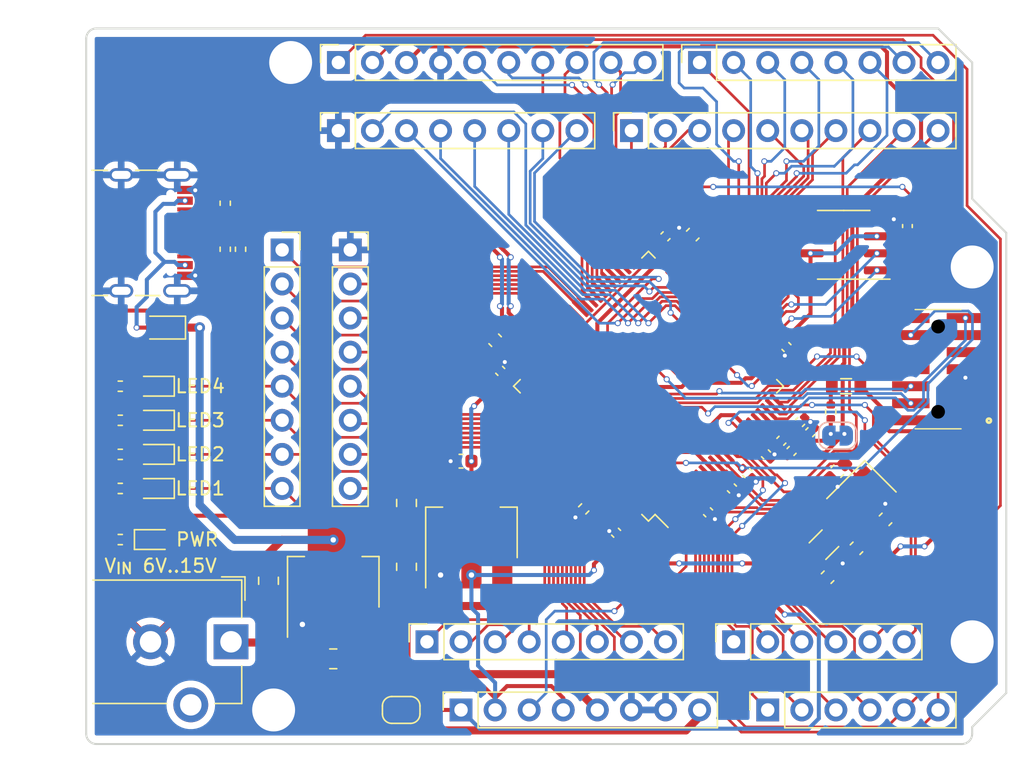
<source format=kicad_pcb>
(kicad_pcb (version 20221018) (generator pcbnew)
  (title_block (date "mar. 31 mars 2015"))
  (layers (0 "F.Cu" signal) (31 "B.Cu" signal) (34 "B.Paste" user) (35 "F.Paste" user) (36 "B.SilkS" user "B.Silkscreen") (37 "F.SilkS" user "F.Silkscreen") (38 "B.Mask" user) (39 "F.Mask" user) (44 "Edge.Cuts" user))
  (net 0 "")
  (net 1 "GND")
  (net 2 "/HSE_OUT")
  (net 3 "+5V")
  (net 4 "/VBUS")
  (net 5 "/PB10")
  (net 6 "+3V3")
  (net 7 "/HSE_IN")
  (net 8 "/~{RESET}")
  (net 9 "/LSE_IN")
  (net 10 "/LSE_OUT")
  (net 11 "/VDDA")
  (net 12 "/VBAT")
  (net 13 "/V_{IN}")
  (net 14 "Net-(D101-A)")
  (net 15 "Net-(D102-A)")
  (net 16 "Net-(D103-A)")
  (net 17 "Net-(D104-A)")
  (net 18 "/PD9")
  (net 19 "Net-(D301-K)")
  (net 22 "/SYS_SWDIO")
  (net 23 "/SYS_SWCLK")
  (net 24 "/SYS_SWO")
  (net 28 "/USART1_RX")
  (net 29 "/USART1_TX")
  (net 30 "/USB_OTG_FS_D+")
  (net 31 "/USB_OTG_FS_D-")
  (net 33 "Net-(L101-Pad1)")
  (net 34 "/BOOT0")
  (net 35 "/ETH_MDC")
  (net 36 "/ETH_REF_CLK")
  (net 37 "/ETH_MDIO")
  (net 38 "/SPI1_NSS")
  (net 39 "/SPI1_SCK")
  (net 40 "/SPI1_MISO")
  (net 41 "/ETH_CRS_DV")
  (net 42 "/ETH_RXD0")
  (net 43 "/ETH_RXD1")
  (net 44 "/CAP_2")
  (net 45 "/ETH_TX_EN")
  (net 46 "/ETH_TXD0")
  (net 47 "/ETH_TXD1")
  (net 48 "/CAP_1")
  (net 49 "/USB_OTG_FS_ID")
  (net 50 "/SPI1_MOSI")
  (net 51 "/PB6")
  (net 52 "/PB9")
  (net 53 "/PB0")
  (net 54 "/PE9")
  (net 55 "/PB1")
  (net 56 "/PB2")
  (net 57 "/PE7")
  (net 58 "/PE8")
  (net 59 "/PE11")
  (net 60 "/PE10")
  (net 61 "/PE12")
  (net 62 "/PE13")
  (net 63 "/PE14")
  (net 64 "/PE15")
  (net 65 "/PB15")
  (net 66 "/PD8")
  (net 67 "/PD11")
  (net 68 "/PD10")
  (net 69 "/PD13")
  (net 70 "/PD12")
  (net 71 "/VREF+")
  (net 72 "/PE2")
  (net 73 "/PE4")
  (net 74 "/PE6")
  (net 75 "/PE3")
  (net 76 "/PE5")
  (net 77 "/PC13")
  (net 78 "/PC0")
  (net 79 "/PC2")
  (net 80 "/PC3")
  (net 81 "/PA0")
  (net 82 "/PA15")
  (net 83 "/PC11")
  (net 84 "/PD0")
  (net 85 "/PD2")
  (net 86 "/PD5")
  (net 87 "/PD7")
  (net 88 "/PB8")
  (net 89 "/PE1")
  (net 90 "/PD4")
  (net 91 "/PD6")
  (net 92 "/PB4")
  (net 93 "/PE0")
  (net 94 "/PD14")
  (net 95 "/PC6")
  (net 96 "/PC8")
  (net 97 "/PA8")
  (net 98 "/PD15")
  (net 99 "/PC7")
  (net 100 "/PC9")
  (net 101 "/USB/CC1")
  (net 102 "/USB/CC2")
  (net 103 "/PD3{slash}LED1_GRN")
  (net 104 "/PD1{slash}LED2_ORG")
  (net 105 "/PC12{slash}LED3_RED")
  (net 106 "/PC10{slash}LED4_BLU")
  (net 109 "/PA3")
  (net 110 "/ETH_RXER")
  (footprint "Connector_PinSocket_2.54mm:PinSocket_1x08_P2.54mm_Vertical" (layer "F.Cu") (at 127.94 97.46 90)
    (fp_text reference "J102" hide)
    (fp_text value "Power" hide)
  )
  (footprint "Connector_PinSocket_2.54mm:PinSocket_1x06_P2.54mm_Vertical" (layer "F.Cu") (at 150.8 97.46 90)
    (fp_text reference "J103" hide)
    (fp_text value "Analog" hide)
  )
  (footprint "Connector_PinSocket_2.54mm:PinSocket_1x10_P2.54mm_Vertical" (layer "F.Cu") (at 118.796 49.2 90)
    (fp_text reference "J101" hide)
    (fp_text value "Digital/PWM" hide)
  )
  (footprint "Connector_PinSocket_2.54mm:PinSocket_1x08_P2.54mm_Vertical" (layer "F.Cu") (at 145.72 49.2 90)
    (fp_text reference "J104" hide)
    (fp_text value "Digital/PWM" hide)
  )
  (footprint "Package_QFP:LQFP-100_14x14mm_P0.5mm" (layer "F.Cu") (at 141.91 73.33 135)
    (fp_text reference "U101" hide)
    (fp_text value "STM32F407VGT6" hide)
  )
  (footprint "Package_SO:SOIC-8_3.9x4.9mm_P1.27mm" (layer "F.Cu") (at 156.464 62.7888 180)
    (fp_text reference "U501" hide)
    (fp_text value "SST26VF016BEUI-104I/SN" hide)
  )
  (footprint "LED_SMD:LED_0603_1608Metric" (layer "F.Cu") (at 105.08 80.95 180)
    (fp_text reference "D101" hide)
    (fp_text value "LED green" hide)
  )
  (footprint "Inductor_SMD:L_0805_2012Metric" (layer "F.Cu") (at 156.6418 73.3298)
    (fp_text reference "L101" hide)
    (fp_text value "600Ω@100MHz" hide)
  )
  (footprint "Capacitor_SMD:C_0402_1005Metric" (layer "F.Cu") (at 146.355 82.728 -45)
    (fp_text reference "C115" hide)
    (fp_text value "1u" hide)
  )
  (footprint "Capacitor_SMD:C_0402_1005Metric" (layer "F.Cu") (at 152.197 70.409 -45)
    (fp_text reference "C110" hide)
    (fp_text value "100n" hide)
  )
  (footprint "Capacitor_SMD:C_0402_1005Metric" (layer "F.Cu") (at 139.497 84.252 135)
    (fp_text reference "C108" hide)
    (fp_text value "100n" hide)
  )
  (footprint "Resistor_SMD:R_0402_1005Metric" (layer "F.Cu") (at 102.54 84.76)
    (fp_text reference "R301" hide)
    (fp_text value "200" hide)
  )
  (footprint "Capacitor_SMD:C_0603_1608Metric" (layer "F.Cu") (at 155.260408 87.565669 -135)
    (fp_text reference "C104" hide)
    (fp_text value "8p2 50V" hide)
  )
  (footprint "Resistor_SMD:R_0402_1005Metric" (layer "F.Cu") (at 102.54 80.95 180)
    (fp_text reference "R102" hide)
    (fp_text value "200" hide)
  )
  (footprint "Resistor_SMD:R_0402_1005Metric" (layer "F.Cu") (at 102.54 75.87 180)
    (fp_text reference "R104" hide)
    (fp_text value "330" hide)
  )
  (footprint "Capacitor_SMD:C_0603_1608Metric" (layer "F.Cu") (at 145.212 62.027 45)
    (fp_text reference "C119" hide)
    (fp_text value "2u2 16V" hide)
  )
  (footprint "Capacitor_SMD:C_0402_1005Metric" (layer "F.Cu") (at 151.816 77.394 -135)
    (fp_text reference "C116" hide)
    (fp_text value "100n" hide)
  )
  (footprint "Capacitor_SMD:C_0402_1005Metric" (layer "F.Cu") (at 143.18 62.154 45)
    (fp_text reference "C109" hide)
    (fp_text value "100n" hide)
  )
  (footprint "Capacitor_SMD:C_0603_1608Metric" (layer "F.Cu") (at 127.9398 78.9178 180)
    (fp_text reference "C112" hide)
    (fp_text value "4u7 16V" hide)
  )
  (footprint "Capacitor_SMD:C_0402_1005Metric" (layer "F.Cu") (at 161.2138 61.3918 -90)
    (fp_text reference "C501" hide)
    (fp_text value "100n 16V" hide)
  )
  (footprint "Connector_BarrelJack:BarrelJack_CUI_PJ-102AH_Horizontal" (layer "F.Cu") (at 110.795 92.38 -90)
    (fp_text reference "J1" hide)
    (fp_text value "Barrel_Jack" hide)
  )
  (footprint "Capacitor_SMD:C_0603_1608Metric" (layer "F.Cu") (at 155.988949 79.661949 -135)
    (fp_text reference "C102" hide)
    (fp_text value "30p 50V" hide)
  )
  (footprint "Resistor_SMD:R_0402_1005Metric" (layer "F.Cu") (at 111.506 63.121 90)
    (fp_text reference "R403" hide)
    (fp_text value "1k5" hide)
  )
  (footprint "Capacitor_SMD:C_0603_1608Metric" (layer "F.Cu") (at 157.415669 85.410408 45)
    (fp_text reference "C105" hide)
    (fp_text value "8p2 50V" hide)
  )
  (footprint "LED_SMD:LED_0603_1608Metric" (layer "F.Cu") (at 105.08 73.33 180)
    (fp_text reference "D104" hide)
    (fp_text value "LED blue" hide)
  )
  (footprint "Capacitor_SMD:C_0402_1005Metric" (layer "F.Cu") (at 150.673 78.41 -45)
    (fp_text reference "C107" hide)
    (fp_text value "100n" hide)
  )
  (footprint "Project_Library:Samtec_FTSH-107-XX-YYY-DV-K" (layer "F.Cu") (at 163.5 72.06 90)
    (fp_text reference "J105" hide)
    (fp_text value "Conn_ST_STDC14" hide)
  )
  (footprint "Crystal:Crystal_SMD_3215-2Pin_3.2x1.5mm" (layer "F.Cu") (at 154.991 85.141 45)
    (fp_text reference "Y102" hide)
    (fp_text value "32.768kHz" hide)
  )
  (footprint "Capacitor_SMD:C_0805_2012Metric" (layer "F.Cu") (at 123.8758 82.031801 -90)
    (fp_text reference "C302" hide)
    (fp_text value "22u 25V" hide)
  )
  (footprint "LED_SMD:LED_0603_1608Metric" (layer "F.Cu") (at 105.08 78.41 180)
    (fp_text reference "D102" hide)
    (fp_text value "LED yellow" hide)
  )
  (footprint "Resistor_SMD:R_0402_1005Metric" (layer "F.Cu") (at 110.363 63.119 90)
    (fp_text reference "R402" hide)
    (fp_text value "5k1" hide)
  )
  (footprint "Connector_PinSocket_2.54mm:PinSocket_1x08_P2.54mm_Vertical" (layer "F.Cu") (at 114.605 63.17)
    (fp_text reference "J110" hide)
    (fp_text value "STM32 GPIO" hide)
  )
  (footprint "Jumper:SolderJumper-2_P1.3mm_Bridged_RoundedPad1.0x1.5mm" (layer "F.Cu") (at 123.48 97.46)
    (fp_text reference "JP101" hide)
    (fp_text value "Jumper_2_Bridged" hide)
  )
  (footprint "Connector_PinSocket_2.54mm:PinSocket_1x08_P2.54mm_Vertical" (layer "F.Cu") (at 125.4 92.38 90)
    (fp_text reference "J109" hide)
    (fp_text value "STM32 GPIO" hide)
  )
  (footprint "Capacitor_SMD:C_0603_1608Metric" (layer "F.Cu") (at 159.581051 83.254051 45)
    (fp_text reference "C103" hide)
    (fp_text value "30p 50V" hide)
  )
  (footprint "Capacitor_SMD:C_0402_1005Metric" (layer "F.Cu") (at 153.975 76.759 45)
    (fp_text reference "C114" hide)
    (fp_text value "1u" hide)
  )
  (footprint "Resistor_SMD:R_0402_1005Metric" (layer "F.Cu") (at 102.54 73.33 180)
    (fp_text reference "R105" hide)
    (fp_text value "150" hide)
  )
  (footprint "Capacitor_SMD:C_0805_2012Metric" (layer "F.Cu") (at 118.415 93.6498 180)
    (fp_text reference "C201" hide)
    (fp_text value "22u 25V" hide)
  )
  (footprint "Capacitor_SMD:C_0402_1005Metric" (layer "F.Cu") (at 130.861 72.187 135)
    (fp_text reference "C106" hide)
    (fp_text value "100n" hide)
  )
  (footprint "Capacitor_SMD:C_0805_2012Metric" (layer "F.Cu") (at 113.589 87.833 -90)
    (fp_text reference "C202" hide)
    (fp_text value "22u 25V" hide)
  )
  (footprint "Arduino_MountingHole:MountingHole_3.2mm" (layer "F.Cu") (at 115.24 49.2)
    (fp_text reference "MH1" hide)
    (fp_text value "MountingHole_3.2mm" hide)
  )
  (footprint "Package_TO_SOT_SMD:SOT-223-3_TabPin2" (layer "F.Cu") (at 118.415 87.935 90)
    (fp_text reference "U201" hide)
    (fp_text value "AMS1117-5.0" hide)
  )
  (footprint "Capacitor_SMD:C_0402_1005Metric" (layer "F.Cu") (at 148.133 80.95 -45)
    (fp_text reference "C111" hide)
    (fp_text value "100n" hide)
  )
  (footprint "Diode_SMD:D_SOD-323" (layer "F.Cu") (at 105.791 68.961 180)
    (fp_text reference "D105" hide)
    (fp_text value "1N5819WS" hide)
  )
  (footprint "Connector_PinSocket_2.54mm:PinSocket_1x06_P2.54mm_Vertical" (layer "F.Cu") (at 148.26 92.38 90)
    (fp_text reference "J108" hide)
    (fp_text value "STM32 GPIO" hide)
  )
  (footprint "Package_TO_SOT_SMD:SOT-223-3_TabPin2" (layer "F.Cu") (at 128.715 84.2518 90)
    (fp_text reference "U301" hide)
    (fp_text value "AMS1117-3.3" hide)
  )
  (footprint "Project_Library:SHOU HAN TYPE-C 16PIN 2MD(073) (C2765186)" (layer "F.Cu") (at 103.683 61.9 -90)
    (fp_text reference "J2" hide)
    (fp_text value "SHOU HAN TYPE-C 16PIN 2MD(073) (C2765186)" hide)
  )
  (footprint "Capacitor_SMD:C_0402_1005Metric" (layer "F.Cu") (at 153.213 75.997 45)
    (fp_text reference "C113" hide)
    (fp_text value "100n" hide)
  )
  (footprint "Connector_PinSocket_2.54mm:PinSocket_1x10_P2.54mm_Vertical" (layer "F.Cu") (at 140.64 54.28 90)
    (fp_text reference "J106" hide)
    (fp_text value "Ethernet" hide)
  )
  (footprint "Capacitor_SMD:C_0402_1005Metric" (layer "F.Cu") (at 149.276 79.807 -45)
    (fp_text reference "C101" hide)
    (fp_text value "100n 16V" hide)
  )
  (footprint "Crystal:Crystal_SMD_3225-4Pin_3.2x2.5mm" (layer "F.Cu") (at 157.785 81.458 -135)
    (fp_text reference "Y101" hide)
    (fp_text value "25MHz" hide)
  )
  (footprint "Connector_PinSocket_2.54mm:PinSocket_1x08_P2.54mm_Vertical" (layer "F.Cu") (at 118.796 54.28 90)
    (fp_text reference "J107" hide)
    (fp_text value "STM32 GPIO" hide)
  )
  (footprint "LED_SMD:LED_0603_1608Metric" (layer "F.Cu") (at 105.08 84.76)
    (fp_text reference "D301" hide)
    (fp_text value "LED green (PWR)" hide)
  )
  (footprint "Capacitor_SMD:C_0805_2012Metric" (layer "F.Cu") (at 123.8758 86.7918 90)
    (fp_text reference "C301" hide)
    (fp_text value "22u 25V" hide)
  )
  (footprint "Resistor_SMD:R_0402_1005Metric" (layer "F.Cu") (at 110.363 59.69 -90)
    (fp_text reference "R401" hide)
    (fp_text value "5k1" hide)
  )
  (footprint "Resistor_SMD:R_0402_1005Metric" (layer "F.Cu") (at 102.54 78.41 180)
    (fp_text reference "R103" hide)
    (fp_text value "330" hide)
  )
  (footprint "Arduino_MountingHole:MountingHole_3.2mm" (layer "F.Cu") (at 113.97 97.46)
    (fp_text reference "MH2" hide)
    (fp_text value "MountingHole_3.2mm" hide)
  )
  (footprint "Resistor_SMD:R_0402_1005Metric" (layer "F.Cu") (at 155.4988 75.2348 -90)
    (fp_text reference "R106" hide)
    (fp_text value "47" hide)
  )
  (footprint "Connector_PinSocket_2.54mm:PinSocket_1x08_P2.54mm_Vertical" (layer "F.Cu") (at 119.685 63.17)
    (fp_text reference "J111" hide)
    (fp_text value "STM32 GPIO" hide)
  )
  (footprint "LED_SMD:LED_0603_1608Metric" (layer "F.Cu") (at 105.08 75.87 180)
    (fp_text reference "D103" hide)
    (fp_text value "LED red" hide)
  )
  (footprint "Arduino_MountingHole:MountingHole_3.2mm" (layer "F.Cu") (at 166.04 64.44)
    (fp_text reference "MH3" hide)
    (fp_text value "MountingHole_3.2mm" hide)
  )
  (footprint "Capacitor_SMD:C_0603_1608Metric" (layer "F.Cu") (at 130.48 69.901 135)
    (fp_text reference "C118" hide)
    (fp_text value "2u2 16V" hide)
  )
  (footprint "Arduino_MountingHole:MountingHole_3.2mm" (layer "F.Cu") (at 166.04 92.38)
    (fp_text reference "MH4" hide)
    (fp_text value "MountingHole_3.2mm" hide)
  )
  (footprint "Resistor_SMD:R_0402_1005Metric" (layer "F.Cu") (at 137.084 82.474 -135)
    (fp_text reference "R101" hide)
    (fp_text value "10k" hide)
  )
  (footprint "Capacitor_SMD:C_0402_1005Metric" (layer "F.Cu") (at 152.578 78.156 -135)
    (fp_text reference "C117" hide)
    (fp_text value "1u" hide)
  )
  (footprint "Jumper:SolderJumper-2_P1.3mm_Bridged_RoundedPad1.0x1.5mm" (layer "B.Cu") (at 156.0068 77.0128 180)
    (fp_text reference "JP102" hide)
    (fp_text value "Jumper_2_Bridged" hide)
  )
  (gr_line (start 166.04 59.36) (end 168.58 61.9) (stroke (width 0.15)) (layer "Edge.Cuts"))
  (gr_line (start 100 99.238) (end 100 47.422) (stroke (width 0.15)) (layer "Edge.Cuts"))
  (gr_line (start 168.58 61.9) (end 168.58 96.19) (stroke (width 0.15)) (layer "Edge.Cuts"))
  (gr_line (start 165.278 100) (end 100.762 100) (stroke (width 0.15)) (layer "Edge.Cuts"))
  (gr_line (start 100.762 46.66) (end 163.5 46.66) (stroke (width 0.15)) (layer "Edge.Cuts"))
  (gr_arc (start 100.762 100) (mid 100.223185 99.776815) (end 100 99.238) (stroke (width 0.15)) (layer "Edge.Cuts"))
  (gr_line (start 168.58 96.19) (end 166.04 98.73) (stroke (width 0.15)) (layer "Edge.Cuts"))
  (gr_line (start 163.5 46.66) (end 166.04 49.2) (stroke (width 0.15)) (layer "Edge.Cuts"))
  (gr_arc (start 166.04 99.238) (mid 165.816815 99.776815) (end 165.278 100) (stroke (width 0.15)) (layer "Edge.Cuts"))
  (gr_line (start 166.04 49.2) (end 166.04 59.36) (stroke (width 0.15)) (layer "Edge.Cuts"))
  (gr_line (start 166.04 98.73) (end 166.04 99.238) (stroke (width 0.15)) (layer "Edge.Cuts"))
  (gr_arc (start 100 47.422) (mid 100.223185 46.883185) (end 100.762 46.66) (stroke (width 0.15)) (layer "Edge.Cuts"))
  (gr_text "V_{IN} 6V..15V" (at 101.2698 87.2998) (layer "F.SilkS") (effects (font (size 1 1)) (justify left bottom)))
  (gr_text "PWR" (at 106.6038 84.7598) (layer "F.SilkS") (effects (font (size 1 1)) (justify left)))
  (gr_text "LED4" (at 106.565 73.33) (layer "F.SilkS") (effects (font (size 1 1)) (justify left)))
  (gr_text "LED1" (at 106.565 80.95) (layer "F.SilkS") (effects (font (size 1 1)) (justify left)))
  (gr_text "LED2" (at 106.565 78.41) (layer "F.SilkS") (effects (font (size 1 1)) (justify left)))
  (gr_text "LED3" (at 106.565 75.87) (layer "F.SilkS") (effects (font (size 1 1)) (justify left)))
  (segment (start 109.709 63.629) (end 108.238 65.1) (width 0.3) (layer "F.Cu") (net 1))
  (segment (start 116.115 91.085) (end 116.115 92.2998) (width 0.6) (layer "F.Cu") (net 1))
  (segment (start 148.303822 81.458) (end 147.625 81.458) (width 0.3) (layer "F.Cu") (net 1))
  (segment (start 130.911978 71.847589) (end 131.604656 71.154911) (width 0.3) (layer "F.Cu") (net 1))
  (segment (start 159.163858 81.281223) (end 159.163858 81.740842) (width 0.3) (layer "F.Cu") (net 1))
  (segment (start 131.956736 71.154911) (end 132.593868 71.792043) (width 0.3) (layer "F.Cu") (net 1))
  (segment (start 151.263158 77.733411) (end 151.476589 77.733411) (width 0.3) (layer "F.Cu") (net 1))
  (segment (start 158.939 60.8838) (end 161.1858 60.8838) (width 0.3) (layer "F.Cu") (net 1))
  (segment (start 113.589 88.783) (end 108.392 88.783) (width 0.6) (layer "F.Cu") (net 1))
  (segment (start 116.115 89.445) (end 116.115 91.085) (width 0.6) (layer "F.Cu") (net 1))
  (segment (start 151.730589 77.987411) (end 151.476589 77.733411) (width 0.3) (layer "F.Cu") (net 1))
  (segment (start 156.406142 81.175158) (end 155.440941 80.209957) (width 0.3) (layer "F.Cu") (net 1))
  (segment (start 147.625 81.458) (end 146.913517 80.746517) (width 0.3) (layer "F.Cu") (net 1))
  (segment (start 152.269764 70.748411) (end 152.536411 70.748411) (width 0.3) (layer "F.Cu") (net 1))
  (segment (start 116.115 92.2998) (end 117.465 93.6498) (width 0.6) (layer "F.Cu") (net 1))
  (segment (start 102.03 84.76) (end 102.03 89.615) (width 0.6) (layer "F.Cu") (net 1))
  (segment (start 145.760008 61.478992) (end 143.855008 61.478992) (width 0.3) (layer "F.Cu") (net 1))
  (segment (start 143.855008 61.478992) (end 143.519411 61.814589) (width 0.3) (layer "F.Cu") (net 1))
  (segment (start 108.392 88.783) (end 104.795 92.38) (width 0.6) (layer "F.Cu") (net 1))
  (segment (start 123.8758 85.8418) (end 123.8758 82.981801) (width 0.6) (layer "F.Cu") (net 1))
  (segment (start 113.589 88.783) (end 115.453 88.783) (width 0.6) (layer "F.Cu") (net 1))
  (segment (start 123.8758 85.8418) (end 124.855 85.8418) (width 0.6) (layer "F.Cu") (net 1))
  (segment (start 146.913517 80.454836) (end 146.276384 79.817705) (width 0.3) (layer "F.Cu") (net 1))
  (segment (start 130.521589 71.847589) (end 130.911978 71.847589) (width 0.3) (layer "F.Cu") (net 1))
  (segment (start 110.363 59.18) (end 109.883 58.7) (width 0.3) (layer "F.Cu") (net 1))
  (segment (start 129.931992 69.352992) (end 129.931992 71.257992) (width 0.3) (layer "F.Cu") (net 1))
  (segment (start 102.03 89.615) (end 104.795 92.38) (width 0.6) (layer "F.Cu") (net 1))
  (segment (start 139.157589 83.860586) (end 140.372043 82.646132) (width 0.3) (layer "F.Cu") (net 1))
  (segment (start 139.157589 83.912589) (end 139.157589 83.860586) (width 0.3) (layer "F.Cu") (net 1))
  (segment (start 152.238589 78.495411) (end 151.730589 77.987411) (width 0.3) (layer "F.Cu") (net 1))
  (segment (start 161.1858 60.8838) (end 161.2138 60.9118) (width 0.3) (layer "F.Cu") (net 1))
  (segment (start 146.913517 80.746517) (end 146.913517 80.454836) (width 0.3) (layer "F.Cu") (net 1))
  (segment (start 151.012411 78.705589) (end 151.730589 77.987411) (width 0.3) (layer "F.Cu") (net 1))
  (segment (start 124.855 85.8418) (end 126.415 87.4018) (width 0.6) (layer "F.Cu") (net 1))
  (segment (start 148.472411 81.289411) (end 148.303822 81.458) (width 0.3) (layer "F.Cu") (net 1))
  (segment (start 159.163858 81.740842) (end 160.129059 82.706043) (width 0.3) (layer "F.Cu") (net 1))
  (segment (start 156.406142 81.634777) (end 156.406142 81.175158) (width 0.3) (layer "F.Cu") (net 1))
  (segment (start 129.931992 71.257992) (end 130.521589 71.847589) (width 0.3) (layer "F.Cu") (net 1))
  (segment (start 115.453 88.783) (end 116.115 89.445) (width 0.6) (layer "F.Cu") (net 1))
  (segment (start 109.883 58.7) (end 107.363 58.7) (width 0.3) (layer "F.Cu") (net 1))
  (segment (start 154.314411 76.419589) (end 153.552411 75.657589) (width 0.3) (layer "F.Cu") (net 1))
  (segment (start 110.363 63.629) (end 109.709 63.629) (width 0.3) (layer "F.Cu") (net 1))
  (segment (start 155.808416 87.017661) (end 156.867661 85.958416) (width 0.3) (layer "F.Cu") (net 1))
  (segment (start 151.226132 71.792043) (end 152.269764 70.748411) (width 0.3) (layer "F.Cu") (net 1))
  (segment (start 131.604656 71.154911) (end 131.956736 71.154911) (width 0.3) (layer "F.Cu") (net 1))
  (segment (start 165.535 72.06) (end 165.535 73.2698) (width 0.3) (layer "F.Cu") (net 1))
  (segment (start 151.012411 78.749411) (end 151.012411 78.705589) (width 0.3) (layer "F.Cu") (net 1))
  (segment (start 108.238 65.1) (end 107.363 65.1) (width 0.3) (layer "F.Cu") (net 1))
  (segment (start 149.811918 76.282171) (end 151.263158 77.733411) (width 0.3) (layer "F.Cu") (net 1))
  (via micro (at 149.911 80.442) (size 0.45) (drill 0.3) (layers "F.Cu" "B.Cu") (net 1))
  (via micro (at 144.196 61.519) (size 0.45) (drill 0.3) (layers "F.Cu" "B.Cu") (net 1))
  (via micro (at 152.074767 71.048767) (size 0.45) (drill 0.3) (layers "F.Cu" "B.Cu") (net 1))
  (via micro (at 127.1648 78.9178) (size 0.45) (drill 0.3) (layers "F.Cu" "B.Cu") (net 1))
  (via micro (at 153.975 75.997) (size 0.45) (drill 0.3) (layers "F.Cu" "B.Cu") (net 1))
  (via micro (at 146.863 83.236) (size 0.45) (drill 0.3) (layers "F.Cu" "B.Cu") (net 1))
  (via micro (at 156.3878 86.5378) (size 0.45) (drill 0.3) (layers "F.Cu" "B.Cu") (net 1))
  (via micro (at 160.1978 60.8838) (size 0.45) (drill 0.3) (layers "F.Cu" "B.Cu") (net 1))
  (via micro (at 116.115 91.085) (size 0.8) (drill 0.4) (layers "F.Cu" "B.Cu") (net 1))
  (via micro (at 108.1278 58.7248) (size 0.45) (drill 0.3) (layers "F.Cu" "B.Cu") (net 1))
  (via micro (at 138.989 84.125) (size 0.45) (drill 0.3) (layers "F.Cu" "B.Cu") (net 1))
  (via micro (at 126.415 87.4018) (size 0.8) (drill 0.4) (layers "F.Cu" "B.Cu") (net 1))
  (via micro (at 148.641 81.458) (size 0.45) (drill 0.3) (layers "F.Cu" "B.Cu") (net 1))
  (via micro (at 159.563 82.093) (size 0.45) (drill 0.3) (layers "F.Cu" "B.Cu") (net 1))
  (via micro (at 108.1278 65.0748) (size 0.45) (drill 0.3) (layers "F.Cu" "B.Cu") (net 1))
  (via micro (at 156.007 80.823) (size 0.45) (drill 0.3) (layers "F.Cu" "B.Cu") (net 1))
  (via micro (at 165.535 72.6948) (size 0.45) (drill 0.3) (layers "F.Cu" "B.Cu") (net 1))
  (via micro (at 151.308 78.41) (size 0.45) (drill 0.3) (layers "F.Cu" "B.Cu") (net 1))
  (via micro (at 131.201157 71.526842) (size 0.45) (drill 0.3) (layers "F.Cu" "B.Cu") (net 1))
  (via micro (at 136.4655 83.109) (size 0.45) (drill 0.3) (layers "F.Cu" "B.Cu") (net 1))
  (segment (start 157.961777 80.079142) (end 157.502158 80.079142) (width 0.2) (layer "F.Cu") (net 2))
  (segment (start 157.502158 80.079142) (end 156.536957 79.113941) (width 0.2) (layer "F.Cu") (net 2))
  (segment (start 155.430059 79.113941) (end 156.536957 79.113941) (width 0.2) (layer "F.Cu") (net 2))
  (segment (start 152.7052 81.8388) (end 155.430059 79.113941) (width 0.2) (layer "F.Cu") (net 2))
  (segment (start 150.4188 81.8388) (end 152.7052 81.8388) (width 0.2) (layer "F.Cu") (net 2))
  (segment (start 147.337045 78.757045) (end 150.4188 81.8388) (width 0.2) (layer "F.Cu") (net 2))
  (segment (start 135.433 94.793) (end 124.003 94.793) (width 0.6) (layer "F.Cu") (net 3))
  (segment (start 118.415 84.785) (end 118.415 91.085) (width 0.6) (layer "F.Cu") (net 3))
  (segment (start 114.58 84.785) (end 118.415 84.785) (width 0.6) (layer "F.Cu") (net 3))
  (segment (start 124.003 94.793) (end 123.8758 94.6658) (width 0.6) (layer "F.Cu") (net 3))
  (segment (start 113.589 86.883) (end 113.589 85.776) (width 0.6) (layer "F.Cu") (net 3))
  (segment (start 113.589 85.776) (end 114.58 84.785) (width 0.6) (layer "F.Cu") (net 3))
  (segment (start 123.8758 94.6658) (end 123.8758 87.7418) (width 0.6) (layer "F.Cu") (net 3))
  (segment (start 123.8758 89.713) (end 123.8758 87.8738) (width 0.6) (layer "F.Cu") (net 3))
  (segment (start 121.4378 87.8078) (end 118.415 84.785) (width 0.6) (layer "F.Cu") (net 3))
  (segment (start 131.015 88.7966) (end 130.0986 89.713) (width 0.6) (layer "F.Cu") (net 3))
  (segment (start 106.841 68.961) (end 108.458 68.961) (width 0.6) (layer "F.Cu") (net 3))
  (segment (start 131.015 87.4018) (end 131.015 88.7966) (width 0.6) (layer "F.Cu") (net 3))
  (segment (start 123.8758 87.8738) (end 123.9418 87.8078) (width 0.6) (layer "F.Cu") (net 3))
  (segment (start 138.1 97.46) (end 135.433 94.793) (width 0.6) (layer "F.Cu") (net 3))
  (segment (start 130.0986 89.713) (end 123.8758 89.713) (width 0.6) (layer "F.Cu") (net 3))
  (segment (start 123.9418 87.8078) (end 121.4378 87.8078) (width 0.6) (layer "F.Cu") (net 3))
  (via micro (at 108.458 68.961) (size 0.8) (drill 0.4) (layers "F.Cu" "B.Cu") (net 3))
  (via micro (at 118.415 84.785) (size 0.8) (drill 0.4) (layers "F.Cu" "B.Cu") (net 3))
  (segment (start 108.458 82.169) (end 111.074 84.785) (width 0.6) (layer "B.Cu") (net 3))
  (segment (start 108.458 68.961) (end 108.458 82.169) (width 0.6) (layer "B.Cu") (net 3))
  (segment (start 111.074 84.785) (end 118.415 84.785) (width 0.6) (layer "B.Cu") (net 3))
  (segment (start 103.759 68.961) (end 104.741 68.961) (width 0.3) (layer "F.Cu") (net 4))
  (via micro (at 103.759 68.961) (size 0.45) (drill 0.3) (layers "F.Cu" "B.Cu") (net 4))
  (via micro (at 107.363 64.3) (size 0.45) (drill 0.3) (layers "F.Cu" "B.Cu") (net 4))
  (via micro (at 107.363 59.5) (size 0.45) (drill 0.3) (layers "F.Cu" "B.Cu") (net 4))
  (segment (start 106.589962 59.739) (end 105.742 59.739) (width 0.3) (layer "B.Cu") (net 4))
  (segment (start 106.828962 64.3) (end 107.363 64.3) (width 0.3) (layer "B.Cu") (net 4))
  (segment (start 105.844 64.061) (end 106.589962 64.061) (width 0.3) (layer "B.Cu") (net 4))
  (segment (start 106.828962 59.5) (end 106.589962 59.739) (width 0.3) (layer "B.Cu") (net 4))
  (segment (start 105.844 64.061) (end 104.521 65.384) (width 0.3) (layer "B.Cu") (net 4))
  (segment (start 105.156 60.325) (end 105.156 63.373) (width 0.3) (layer "B.Cu") (net 4))
  (segment (start 103.759 67.437) (end 103.759 68.961) (width 0.3) (layer "B.Cu") (net 4))
  (segment (start 105.156 63.373) (end 105.844 64.061) (width 0.3) (layer "B.Cu") (net 4))
  (segment (start 107.363 59.5) (end 106.828962 59.5) (width 0.3) (layer "B.Cu") (net 4))
  (segment (start 104.521 65.384) (end 104.521 66.675) (width 0.3) (layer "B.Cu") (net 4))
  (segment (start 106.589962 64.061) (end 106.828962 64.3) (width 0.3) (layer "B.Cu") (net 4))
  (segment (start 105.742 59.739) (end 105.156 60.325) (width 0.3) (layer "B.Cu") (net 4))
  (segment (start 104.521 66.675) (end 103.759 67.437) (width 0.3) (layer "B.Cu") (net 4))
  (segment (start 148.641 60.235039) (end 144.155064 64.720975) (width 0.2) (layer "F.Cu") (net 5))
  (segment (start 148.641 56.566) (end 148.641 60.235039) (width 0.2) (layer "F.Cu") (net 5))
  (via micro (at 148.641 56.566) (size 0.45) (drill 0.3) (layers "F.Cu" "B.Cu") (net 5))
  (segment (start 159.81 48.05) (end 144.584 48.05) (width 0.2) (layer "B.Cu") (net 5))
  (segment (start 144.584 48.05) (end 144.196 48.438) (width 0.2) (layer "B.Cu") (net 5))
  (segment (start 148.26 56.566) (end 148.641 56.566) (width 0.2) (layer "B.Cu") (net 5))
  (segment (start 144.196 48.438) (end 144.196 50.724) (width 0.2) (layer "B.Cu") (net 5))
  (segment (start 146.99 55.296) (end 148.26 56.566) (width 0.2) (layer "B.Cu") (net 5))
  (segment (start 146.99 52.121) (end 146.99 55.296) (width 0.2) (layer "B.Cu") (net 5))
  (segment (start 144.196 50.724) (end 144.577 51.105) (width 0.2) (layer "B.Cu") (net 5))
  (segment (start 145.974 51.105) (end 146.99 52.121) (width 0.2) (layer "B.Cu") (net 5))
  (segment (start 160.96 49.2) (end 159.81 48.05) (width 0.2) (layer "B.Cu") (net 5))
  (segment (start 144.577 51.105) (end 145.974 51.105) (width 0.2) (layer "B.Cu") (net 5))
  (segment (start 139.836411 84.591411) (end 141.7828 86.5378) (width 0.3) (layer "F.Cu") (net 6))
  (segment (start 129.591 95.682) (end 130.48 96.571) (width 0.3) (layer "F.Cu") (net 6))
  (segment (start 153.9748 89.5858) (end 156.3878 89.5858) (width 0.3) (layer "F.Cu") (net 6))
  (segment (start 138.0998 68.6308) (end 143.070285 63.660315) (width 0.3) (layer "F.Cu") (net 6))
  (segment (start 141.0208 81.3308) (end 141.0208 79.8068) (width 0.3) (layer "F.Cu") (net 6))
  (segment (start 142.620627 78.231627) (end 144.5768 78.231627) (width 0.3) (layer "F.Cu") (net 6))
  (segment (start 144.7038 73.0758) (end 142.681 71.053) (width 0.3) (layer "F.Cu") (net 6))
  (segment (start 141.7828 86.5378) (end 144.1958 86.5378) (width 0.3) (layer "F.Cu") (net 6))
  (segment (start 148.8948 86.5378) (end 150.9268 86.5378) (width 0.3) (layer "F.Cu") (net 6))
  (segment (start 167.441 76.429) (end 167.441 75.481) (width 0.3) (layer "F.Cu") (net 6))
  (segment (start 138.0998 70.4088) (end 138.0998 68.6308) (width 0.3) (layer "F.Cu") (net 6))
  (segment (start 142.840589 63.4065) (end 143.094404 63.660315) (width 0.3) (layer "F.Cu") (net 6))
  (segment (start 141.5288 82.196481) (end 141.5288 81.8388) (width 0.3) (layer "F.Cu") (net 6))
  (segment (start 139.836411 84.591411) (end 140.725596 83.702226) (width 0.3) (layer "F.Cu") (net 6))
  (segment (start 147.776376 80.610589) (end 146.629938 79.464151) (width 0.3) (layer "F.Cu") (net 6))
  (segment (start 150.333589 78.070589) (end 150.333589 77.510948) (width 0.3) (layer "F.Cu") (net 6))
  (segment (start 140.725596 83.702226) (end 140.725596 82.999685) (width 0.3) (layer "F.Cu") (net 6))
  (segment (start 137.8458 86.582022) (end 139.836411 84.591411) (width 0.3) (layer "F.Cu") (net 6))
  (segment (start 102.54 83.49) (end 104.5975 83.49) (width 0.3) (layer "F.Cu") (net 6))
  (segment (start 142.840589 62.493411) (end 142.840589 63.4065) (width 0.3) (layer "F.Cu") (net 6))
  (segment (start 145.397414 78.231627) (end 146.629938 79.464151) (width 0.3) (layer "F.Cu") (net 6))
  (segment (start 150.872578 71.438489) (end 151.857589 70.453478) (width 0.3) (layer "F.Cu") (net 6))
  (segment (start 150.9268 86.5378) (end 153.9748 89.5858) (width 0.3) (layer "F.Cu") (net 6))
  (segment (start 134.6708 95.6818) (end 135.56 96.571) (width 0.3) (layer "F.Cu") (net 6))
  (segment (start 122.83 97.46) (end 122.83 96.4736) (width 0.3) (layer "F.Cu") (net 6))
  (segment (start 122.83 96.4736) (end 123.6216 95.682) (width 0.3) (layer "F.Cu") (net 6))
  (segment (start 111.506 65.278) (end 109.093 67.691) (width 0.3) (layer "F.Cu") (net 6))
  (segment (start 131.8595 72.526411) (end 132.240315 72.145596) (width 0.3) (layer "F.Cu") (net 6))
  (segment (start 138.744 71.053) (end 138.0998 70.4088) (width 0.3) (layer "F.Cu") (net 6))
  (segment (start 131.200411 72.526411) (end 131.8595 72.526411) (width 0.3) (layer "F.Cu") (net 6))
  (segment (start 105.8675 84.76) (end 107.6457 82.9818) (width 0.3) (layer "F.Cu") (net 6))
  (segment (start 128.7148 78.9178) (end 128.7148 81.1016) (width 0.3) (layer "F.Cu") (net 6))
  (segment (start 141.0208 79.8068) (end 142.595973 78.231627) (width 0.3) (layer "F.Cu") (net 6))
  (segment (start 132.240315 72.145596) (end 133.484219 73.3895) (width 0.3) (layer "F.Cu") (net 6))
  (segment (start 121.0992 82.9818) (end 122.9792 81.1018) (width 0.3) (layer "F.Cu") (net 6))
  (segment (start 144.7038 73.0758) (end 148.8113 73.0758) (width 0.3) (layer "F.Cu") (net 6))
  (segment (start 153.989 63.4238) (end 153.989 67.938178) (width 0.3) (layer "F.Cu") (net 6))
  (segment (start 156.3878 89.5858) (end 160.7058 85.2678) (width 0.3) (layer "F.Cu") (net 6))
  (segment (start 148.8113 73.0758) (end 149.1488 72.7383) (width 0.3) (layer "F.Cu") (net 6))
  (segment (start 148.311441 75.4888) (end 149.458365 76.635724) (width 0.3) (layer "F.Cu") (net 6))
  (segment (start 150.333589 77.510948) (end 149.458365 76.635724) (width 0.3) (layer "F.Cu") (net 6))
  (segment (start 133.484219 73.3895) (end 144.3901 73.3895) (width 0.3) (layer "F.Cu") (net 6))
  (segment (start 167.1861 76.6839) (end 167.441 76.429) (width 0.3) (layer "F.Cu") (net 6))
  (segment (start 149.572767 72.7383) (end 150.872578 71.438489) (width 0.3) (layer "F.Cu") (net 6))
  (segment (start 128.7148 81.1016) (end 128.715 81.1018) (width 0.3) (layer "F.Cu") (net 6))
  (segment (start 104.5975 83.49) (end 105.8675 84.76) (width 0.3) (layer "F.Cu") (net 6))
  (segment (start 131.3688 95.6818) (end 134.6708 95.6818) (width 0.3) (layer "F.Cu") (net 6))
  (segment (start 135.56 96.571) (end 135.56 97.46) (width 0.3) (layer "F.Cu") (net 6))
  (segment (start 144.5768 78.231627) (end 147.319627 75.4888) (width 0.3) (layer "F.Cu") (net 6))
  (segment (start 159.8689 76.6839) (end 165.9128 76.6839) (width 0.3) (layer "F.Cu") (net 6))
  (segment (start 147.793589 80.610589) (end 147.776376 80.610589) (width 0.3) (layer "F.Cu") (net 6))
  (segment (start 143.070285 63.660315) (end 143.094404 63.660315) (width 0.3) (layer "F.Cu") (net 6))
  (segment (start 162.4838 85.2678) (end 165.9128 81.8388) (width 0.3) (layer "F.Cu") (net 6))
  (segment (start 144.3901 73.3895) (end 144.7038 73.0758) (width 0.3) (layer "F.Cu") (net 6))
  (segment (start 109.093 67.691) (end 102.87 67.691) (width 0.3) (layer "F.Cu") (net 6))
  (segment (start 159.3088 76.1238) (end 159.8689 76.6839) (width 0.3) (layer "F.Cu") (net 6))
  (segment (start 153.989 67.938178) (end 151.857589 70.069589) (width 0.3) (layer "F.Cu") (net 6))
  (segment (start 123.6216 95.682) (end 129.591 95.682) (width 0.3) (layer "F.Cu") (net 6))
  (segment (start 102.87 67.691) (end 102.03 68.531) (width 0.3) (layer "F.Cu") (net 6))
  (segment (start 147.319627 75.4888) (end 148.311441 75.4888) (width 0.3) (layer "F.Cu") (net 6))
  (segment (start 130.48 97.46) (end 130.48 96.5706) (width 0.3) (layer "F.Cu") (net 6))
  (segment (start 107.6457 82.9818) (end 121.0992 82.9818) (width 0.3) (layer "F.Cu") (net 6))
  (segment (start 159.3088 74.9343) (end 159.3088 76.1238) (width 0.3) (layer "F.Cu") (net 6))
  (segment (start 144.5768 78.231627) (end 145.397414 78.231627) (width 0.3) (layer "F.Cu") (net 6))
  (segment (start 122.9792 81.1018) (end 128.715 81.1018) (width 0.3) (layer "F.Cu") (net 6))
  (segment (start 102.03 73.33) (end 102.03 80.95) (width 0.3) (layer "F.Cu") (net 6))
  (segment (start 151.857589 70.453478) (end 151.857589 70.069589) (width 0.3) (layer "F.Cu") (net 6))
  (segment (start 111.506 63.631) (end 111.506 65.278) (width 0.3) (layer "F.Cu") (net 6))
  (segment (start 142.595973 78.231627) (end 142.620627 78.231627) (width 0.3) (layer "F.Cu") (net 6))
  (segment (start 137.8458 87.0458) (end 137.8458 86.582022) (width 0.3) (layer "F.Cu") (net 6))
  (segment (start 130.48 96.571) (end 130.48 97.46) (width 0.3) (layer "F.Cu") (net 6))
  (segment (start 102.03 68.531) (end 102.03 73.33) (width 0.3) (layer "F.Cu") (net 6))
  (segment (start 128.914411 74.812411) (end 131.200411 72.526411) (width 0.3) (layer "F.Cu") (net 6))
  (segment (start 158.9278 62.1538) (end 160.9318 62.1538) (width 0.3) (layer "F.Cu") (net 6))
  (segment (start 130.48 96.5706) (end 131.3688 95.6818) (width 0.3) (layer "F.Cu") (net 6))
  (segment (start 160.9318 62.1538) (end 161.2138 61.8718) (width 0.3) (layer "F.Cu") (net 6))
  (segment (start 102.03 82.98) (end 102.54 83.49) (width 0.3) (layer "F.Cu") (net 6))
  (segment (start 157.7043 73.3298) (end 159.3088 74.9343) (width 0.3) (layer "F.Cu") (net 6))
  (segment (start 128.715 87.4018) (end 128.715 81.1018) (width 0.3) (layer "F.Cu") (net 6))
  (segment (start 165.9128 81.8388) (end 165.9128 76.6839) (width 0.3) (layer "F.Cu") (net 6))
  (segment (start 165.9128 76.6839) (end 167.1861 76.6839) (width 0.3) (layer "F.Cu") (net 6))
  (segment (start 166.56 74.6) (end 165.535 74.6) (width 0.3) (layer "F.Cu") (net 6))
  (segment (start 149.1488 72.7383) (end 149.572767 72.7383) (width 0.3) (layer "F.Cu") (net 6))
  (segment (start 167.441 75.481) (end 166.56 74.6) (width 0.3) (layer "F.Cu") (net 6))
  (segment (start 102.03 80.95) (end 102.03 82.98) (width 0.3) (layer "F.Cu") (net 6))
  (segment (start 141.5288 81.8388) (end 141.0208 81.3308) (width 0.3) (layer "F.Cu") (net 6))
  (segment (start 140.725596 82.999685) (end 141.5288 82.196481) (width 0.3) (layer "F.Cu") (net 6))
  (segment (start 142.681 71.053) (end 138.744 71.053) (width 0.3) (layer "F.Cu") (net 6))
  (via micro (at 162.4838 85.2678) (size 0.45) (drill 0.3) (layers "F.Cu" "B.Cu") (net 6))
  (via micro (at 144.1958 86.5378) (size 0.45) (drill 0.3) (layers "F.Cu" "B.Cu") (net 6))
  (via micro (at 148.8948 86.5378) (size 0.45) (drill 0.3) (layers "F.Cu" "B.Cu") (net 6))
  (via micro (at 160.7058 85.2678) (size 0.45) (drill 0.3) (layers "F.Cu" "B.Cu") (net 6))
  (via micro (at 128.7148 78.9178) (size 0.45) (drill 0.3) (layers "F.Cu" "B.Cu") (net 6))
  (via micro (at 153.989 63.4238) (size 0.45) (drill 0.3) (layers "F.Cu" "B.Cu") (net 6))
  (via micro (at 128.715 87.4018) (size 0.8) (drill 0.4) (layers "F.Cu" "B.Cu") (net 6))
  (via micro (at 137.8458 87.0458) (size 0.45) (drill 0.3) (layers "F.Cu" "B.Cu") (net 6))
  (via micro (at 128.914411 74.812411) (size 0.45) (drill 0.3) (layers "F.Cu" "B.Cu") (net 6))
  (via micro (at 158.9278 62.1538) (size 0.45) (drill 0.3) (layers "F.Cu" "B.Cu") (net 6))
  (segment (start 128.715 87.4018) (end 128.715 89.853) (width 0.3) (layer "B.Cu") (net 6))
  (segment (start 155.8798 63.4238) (end 157.1498 62.1538) (width 0.3) (layer "B.Cu") (net 6))
  (segment (start 144.1958 86.5378) (end 148.6408 86.5378) (width 0.3) (layer "B.Cu") (net 6))
  (segment (start 153.989 63.4238) (end 154.0652 63.5) (width 0.3) (layer "B.Cu") (net 6))
  (segment (start 128.914411 74.812411) (end 128.7018 75.025022) (width 0.3) (layer "B.Cu") (net 6))
  (segment (start 128.715 89.853) (end 129.2098 90.3478) (width 0.3) (layer "B.Cu") (net 6))
  (segment (start 130.48 95.428) (end 130.48 97.46) (width 0.3) (layer "B.Cu") (net 6))
  (segment (start 153.989 63.4238) (end 155.8798 63.4238) (width 0.3) (layer "B.Cu") (net 6))
  (segment (start 129.2098 94.1578) (end 130.48 95.428) (width 0.3) (layer "B.Cu") (net 6))
  (segment (start 148.6408 86.5378) (end 148.8948 86.5378) (width 0.3) (layer "B.Cu") (net 6))
  (segment (start 129.2098 90.3478) (end 129.2098 94.1578) (width 0.3) (layer "B.Cu") (net 6))
  (segment (start 137.4898 87.4018) (end 128.715 87.4018) (width 0.3) (layer "B.Cu") (net 6))
  (segment (start 157.1498 62.1538) (end 158.9278 62.1538) (width 0.3) (layer "B.Cu") (net 6))
  (segment (start 128.7018 75.025022) (end 128.7018 78.9048) (width 0.3) (layer "B.Cu") (net 6))
  (segment (start 137.8458 87.0458) (end 137.4898 87.4018) (width 0.3) (layer "B.Cu") (net 6))
  (segment (start 128.7018 78.9048) (end 128.715 78.918) (width 0.3) (layer "B.Cu") (net 6))
  (segment (start 160.7058 85.2678) (end 162.4838 85.2678) (width 0.3) (layer "B.Cu") (net 6))
  (segment (start 158.573424 83.802059) (end 157.608223 82.836858) (width 0.2) (layer "F.Cu") (net 7))
  (segment (start 159.033043 83.802059) (end 158.573424 83.802059) (width 0.2) (layer "F.Cu") (net 7))
  (segment (start 154.9368 82.1658) (end 156.007 83.236) (width 0.2) (layer "F.Cu") (net 7))
  (segment (start 147.520623 79.64773) (end 147.71973 79.64773) (width 0.2) (layer "F.Cu") (net 7))
  (segment (start 150.2378 82.1658) (end 154.9368 82.1658) (width 0.2) (layer "F.Cu") (net 7))
  (segment (start 146.983491 79.110598) (end 147.520623 79.64773) (width 0.2) (layer "F.Cu") (net 7))
  (segment (start 147.71973 79.64773) (end 150.2378 82.1658) (width 0.2) (layer "F.Cu") (net 7))
  (segment (start 156.007 83.236) (end 157.209081 83.236) (width 0.2) (layer "F.Cu") (net 7))
  (segment (start 157.209081 83.236) (end 157.608223 82.836858) (width 0.2) (layer "F.Cu") (net 7))
  (segment (start 142.0368 82.507767) (end 142.0368 81.9658) (width 0.2) (layer "F.Cu") (net 8))
  (segment (start 148.754696 79.467589) (end 148.936589 79.467589) (width 0.2) (layer "F.Cu") (net 8))
  (segment (start 142.0368 81.9658) (end 142.2908 81.7118) (width 0.2) (layer "F.Cu") (net 8))
  (segment (start 142.111365 89.364698) (end 144.7208 86.755263) (width 0.2) (layer "F.Cu") (net 8))
  (segment (start 147.690598 78.403491) (end 148.754696 79.467589) (width 0.2) (layer "F.Cu") (net 8))
  (segment (start 142.7988 79.0448) (end 144.7038 79.0448) (width 0.2) (layer "F.Cu") (net 8))
  (segment (start 144.7208 86.755263) (end 144.7208 85.191767) (width 0.2) (layer "F.Cu") (net 8))
  (segment (start 142.2908 79.5528) (end 142.7988 79.0448) (width 0.2) (layer "F.Cu") (net 8))
  (segment (start 139.3698 90.0938) (end 140.098902 89.364698) (width 0.2) (layer "F.Cu") (net 8))
  (segment (start 144.7208 85.191767) (end 142.0368 82.507767) (width 0.2) (layer "F.Cu") (net 8))
  (segment (start 140.098902 89.364698) (end 142.111365 89.364698) (width 0.2) (layer "F.Cu") (net 8))
  (segment (start 142.2908 81.7118) (end 142.2908 79.5528) (width 0.2) (layer "F.Cu") (net 8))
  (via micro (at 148.8948 79.4258) (size 0.45) (drill 0.3) (layers "F.Cu" "B.Cu") (net 8))
  (via micro (at 139.3698 90.0938) (size 0.45) (drill 0.3) (layers "F.Cu" "B.Cu") (net 8))
  (via micro (at 144.7038 79.0448) (size 0.45) (drill 0.3) (layers "F.Cu" "B.Cu") (net 8))
  (via micro (at 161.465 69.52) (size 0.45) (drill 0.3) (layers "F.Cu" "B.Cu") (net 8))
  (segment (start 134.2898 90.7288) (end 134.2898 96.1902) (width 0.2) (layer "B.Cu") (net 8))
  (segment (start 139.3698 90.0938) (end 134.9248 90.0938) (width 0.2) (layer "B.Cu") (net 8))
  (segment (start 157.844111 79.4258) (end 162.7378 74.532111) (width 0.2) (layer "B.Cu") (net 8))
  (segment (start 162.7378 73.157248) (end 166.06 69.835048) (width 0.2) (layer "B.Cu") (net 8))
  (segment (start 134.9248 90.0938) (end 134.2898 90.7288) (width 0.2) (layer "B.Cu") (net 8))
  (segment (start 134.2898 96.1902) (end 133.02 97.46) (width 0.2) (layer "B.Cu") (net 8))
  (segment (start 166.06 69.835048) (end 166.06 68.032537) (width 0.2) (layer "B.Cu") (net 8))
  (segment (start 166.06 68.032537) (end 165.752463 67.725) (width 0.2) (layer "B.Cu") (net 8))
  (segment (start 162.7378 74.532111) (end 162.7378 73.157248) (width 0.2) (layer "B.Cu") (net 8))
  (segment (start 144.7038 79.0448) (end 148.5138 79.0448) (width 0.2) (layer "B.Cu") (net 8))
  (segment (start 163.26 67.725) (end 161.465 69.52) (width 0.2) (layer "B.Cu") (net 8))
  (segment (start 165.752463 67.725) (end 163.26 67.725) (width 0.2) (layer "B.Cu") (net 8))
  (segment (start 148.5138 79.0448) (end 148.8948 79.4258) (width 0.2) (layer "B.Cu") (net 8))
  (segment (start 148.8948 79.4258) (end 157.844111 79.4258) (width 0.2) (layer "B.Cu") (net 8))
  (segment (start 147.755267 82.7108) (end 145.569278 80.524811) (width 0.2) (layer "F.Cu") (net 9))
  (segment (start 154.107117 86.024883) (end 150.902034 82.8198) (width 0.2) (layer "F.Cu") (net 9))
  (segment (start 150.902034 82.8198) (end 149.966904 82.8198) (width 0.2) (layer "F.Cu") (net 9))
  (segment (start 149.966904 82.8198) (end 149.857904 82.7108) (width 0.2) (layer "F.Cu") (net 9))
  (segment (start 154.7124 88.113677) (end 154.107117 87.508394) (width 0.2) (layer "F.Cu") (net 9))
  (segment (start 154.107117 87.508394) (end 154.107117 86.024883) (width 0.2) (layer "F.Cu") (net 9))
  (segment (start 149.857904 82.7108) (end 147.755267 82.7108) (width 0.2) (layer "F.Cu") (net 9))
  (segment (start 157.358394 84.257117) (end 155.874883 84.257117) (width 0.2) (layer "F.Cu") (net 10))
  (segment (start 154.110566 82.4928) (end 150.102352 82.4928) (width 0.2) (layer "F.Cu") (net 10))
  (segment (start 146.459963 80.70839) (end 145.922831 80.171258) (width 0.2) (layer "F.Cu") (net 10))
  (segment (start 149.993352 82.3838) (end 147.9158 82.3838) (width 0.2) (layer "F.Cu") (net 10))
  (segment (start 146.459963 80.927963) (end 146.459963 80.70839) (width 0.2) (layer "F.Cu") (net 10))
  (segment (start 147.9158 82.3838) (end 146.459963 80.927963) (width 0.2) (layer "F.Cu") (net 10))
  (segment (start 157.963677 84.8624) (end 157.358394 84.257117) (width 0.2) (layer "F.Cu") (net 10))
  (segment (start 155.874883 84.257117) (end 154.110566 82.4928) (width 0.2) (layer "F.Cu") (net 10))
  (segment (start 150.102352 82.4928) (end 149.993352 82.3838) (width 0.2) (layer "F.Cu") (net 10))
  (segment (start 155.4988 76.8858) (end 154.9908 77.3938) (width 0.3) (layer "F.Cu") (net 11))
  (segment (start 155.4988 75.7448) (end 155.4988 76.8858) (width 0.3) (layer "F.Cu") (net 11))
  (segment (start 151.280372 76.336411) (end 152.873589 76.336411) (width 0.3) (layer "F.Cu") (net 11))
  (segment (start 153.635589 77.098411) (end 152.873589 76.336411) (width 0.3) (layer "F.Cu") (net 11))
  (segment (start 150.519025 75.575064) (end 151.280372 76.336411) (width 0.3) (layer "F.Cu") (net 11))
  (segment (start 153.930978 77.3938) (end 153.635589 77.098411) (width 0.3) (layer "F.Cu") (net 11))
  (segment (start 154.9908 77.3938) (end 153.930978 77.3938) (width 0.3) (layer "F.Cu") (net 11))
  (via micro (at 155.4988 76.8858) (size 0.45) (drill 0.3) (layers "F.Cu" "B.Cu") (net 11))
  (segment (start 146.015589 82.388589) (end 146.015589 82.385336) (width 0.3) (layer "F.Cu") (net 12))
  (segment (start 147.1018 87.6658) (end 147.1018 84.40818) (width 0.3) (layer "F.Cu") (net 12))
  (segment (start 151.4348 89.7128) (end 149.1488 89.7128) (width 0.3) (layer "F.Cu") (net 12))
  (segment (start 147.1018 84.40818) (end 145.8468 83.15318) (width 0.3) (layer "F.Cu") (net 12))
  (segment (start 146.015589 82.385336) (end 144.862171 81.231918) (width 0.3) (layer "F.Cu") (net 12))
  (segment (start 145.8468 82.216547) (end 144.862171 81.231918) (width 0.3) (layer "F.Cu") (net 12))
  (segment (start 149.1488 89.7128) (end 147.1018 87.6658) (width 0.3) (layer "F.Cu") (net 12))
  (segment (start 127.94 97.46) (end 124.13 97.46) (width 0.3) (layer "F.Cu") (net 12))
  (segment (start 152.0698 90.3478) (end 151.4348 89.7128) (width 0.3) (layer "F.Cu") (net 12))
  (segment (start 145.8468 83.15318) (end 145.8468 82.216547) (width 0.3) (layer "F.Cu") (net 12))
  (via micro (at 152.0698 90.3478) (size 0.45) (drill 0.3) (layers "F.Cu" "B.Cu") (net 12))
  (segment (start 153.8478 98.8568) (end 129.3368 98.8568) (width 0.3) (layer "B.Cu") (net 12))
  (segment (start 154.61 98.0946) (end 153.8478 98.8568) (width 0.3) (layer "B.Cu") (net 12))
  (segment (start 129.3368 98.8568) (end 127.94 97.46) (width 0.3) (layer "B.Cu") (net 12))
  (segment (start 154.61 91.618) (end 154.61 98.0946) (width 0.3) (layer "B.Cu") (net 12))
  (segment (start 152.0698 90.3478) (end 153.3398 90.3478) (width 0.3) (layer "B.Cu") (net 12))
  (segment (start 153.3398 90.3478) (end 154.61 91.618) (width 0.3) (layer "B.Cu") (net 12))
  (segment (start 119.365 93.6498) (end 120.715 92.2998) (width 0.6) (layer "F.Cu") (net 13))
  (segment (start 117.5893 96.6343) (end 119.365 94.8586) (width 0.6) (layer "F.Cu") (net 13))
  (segment (start 113.39 92.435) (end 110.85 92.435) (width 0.6) (layer "F.Cu") (net 13))
  (segment (start 119.9388 98.9838) (end 117.5893 96.6343) (width 0.6) (layer "F.Cu") (net 13))
  (segment (start 119.365 94.8586) (end 119.365 93.6498) (width 0.6) (layer "F.Cu") (net 13))
  (segment (start 145.72 97.9678) (end 144.704 98.9838) (width 0.6) (layer "F.Cu") (net 13))
  (segment (start 110.85 92.435) (end 110.795 92.38) (width 0.6) (layer "F.Cu") (net 13))
  (segment (start 117.5893 96.6343) (end 113.39 92.435) (width 0.6) (layer "F.Cu") (net 13))
  (segment (start 145.72 97.46) (end 145.72 97.9678) (width 0.6) (layer "F.Cu") (net 13))
  (segment (start 120.715 92.2998) (end 120.715 91.085) (width 0.6) (layer "F.Cu") (net 13))
  (segment (start 144.704 98.9838) (end 119.9388 98.9838) (width 0.6) (layer "F.Cu") (net 13))
  (segment (start 104.2925 80.95) (end 103.05 80.95) (width 0.2) (layer "F.Cu") (net 14))
  (segment (start 104.2925 78.41) (end 103.05 78.41) (width 0.2) (layer "F.Cu") (net 15))
  (segment (start 104.2925 75.87) (end 103.05 75.87) (width 0.2) (layer "F.Cu") (net 16))
  (segment (start 104.2925 73.33) (end 103.05 73.33) (width 0.2) (layer "F.Cu") (net 17))
  (segment (start 138.420698 64.890951) (end 138.957829 65.428082) (width 0.2) (layer "F.Cu") (net 18))
  (segment (start 138.2268 50.8508) (end 138.836 51.46) (width 0.2) (layer "F.Cu") (net 18))
  (segment (start 138.836 51.46) (end 138.836 57.8616) (width 0.2) (layer "F.Cu") (net 18))
  (segment (start 138.836 57.8616) (end 138.420698 58.276902) (width 0.2) (layer "F.Cu") (net 18))
  (segment (start 138.420698 58.276902) (end 138.420698 64.890951) (width 0.2) (layer "F.Cu") (net 18))
  (via micro (at 138.2268 50.8508) (size 0.45) (drill 0.3) (layers "F.Cu" "B.Cu") (net 18))
  (segment (start 138.5606 47.723) (end 137.8458 48.4378) (width 0.2) (layer "B.Cu") (net 18))
  (segment (start 163.5 49.2) (end 162.023 47.723) (width 0.2) (layer "B.Cu") (net 18))
  (segment (start 137.8458 50.4698) (end 138.2268 50.8508) (width 0.2) (layer "B.Cu") (net 18))
  (segment (start 137.8458 48.4378) (end 137.8458 50.4698) (width 0.2) (layer "B.Cu") (net 18))
  (segment (start 162.023 47.723) (end 138.5606 47.723) (width 0.2) (layer "B.Cu") (net 18))
  (segment (start 103.05 84.76) (end 104.2925 84.76) (width 0.2) (layer "F.Cu") (net 19))
  (segment (start 142.128409 71.672068) (end 133.888107 71.672068) (width 0.2) (layer "F.Cu") (net 22))
  (segment (start 143.271341 72.815) (end 142.128409 71.672068) (width 0.2) (layer "F.Cu") (net 22))
  (segment (start 133.888107 71.672068) (end 133.300975 71.084936) (width 0.2) (layer "F.Cu") (net 22))
  (via micro (at 143.271341 72.815) (size 0.45) (drill 0.3) (layers "F.Cu" "B.Cu") (net 22))
  (via micro (at 161.465 74.6) (size 0.45) (drill 0.3) (layers "F.Cu" "B.Cu") (net 22))
  (segment (start 143.271341 72.815) (end 144.675141 74.2188) (width 0.2) (layer "B.Cu") (net 22))
  (segment (start 153.748889 73.8748) (end 160.7398 73.8748) (width 0.2) (layer "B.Cu") (net 22))
  (segment (start 160.7398 73.8748) (end 161.465 74.6) (width 0.2) (layer "B.Cu") (net 22))
  (segment (start 153.404889 74.2188) (end 153.748889 73.8748) (width 0.2) (layer "B.Cu") (net 22))
  (segment (start 144.675141 74.2188) (end 153.404889 74.2188) (width 0.2) (layer "B.Cu") (net 22))
  (segment (start 146.981434 73.914) (end 132.840719 73.914) (width 0.2) (layer "F.Cu") (net 23))
  (segment (start 147.201134 73.6943) (end 146.981434 73.914) (width 0.2) (layer "F.Cu") (net 23))
  (segment (start 132.840719 73.914) (end 132.240315 74.514404) (width 0.2) (layer "F.Cu") (net 23))
  (via micro (at 161.465 73.33) (size 0.45) (drill 0.3) (layers "F.Cu" "B.Cu") (net 23))
  (via micro (at 147.201134 73.6943) (size 0.45) (drill 0.3) (layers "F.Cu" "B.Cu") (net 23))
  (segment (start 147.344634 73.8378) (end 153.323441 73.8378) (width 0.2) (layer "B.Cu") (net 23))
  (segment (start 153.613441 73.5478) (end 160.875248 73.5478) (width 0.2) (layer "B.Cu") (net 23))
  (segment (start 153.323441 73.8378) (end 153.613441 73.5478) (width 0.2) (layer "B.Cu") (net 23))
  (segment (start 147.201134 73.6943) (end 147.344634 73.8378) (width 0.2) (layer "B.Cu") (net 23))
  (segment (start 161.061224 73.733776) (end 161.465 73.33) (width 0.2) (layer "B.Cu") (net 23))
  (segment (start 160.875248 73.5478) (end 161.061224 73.733776) (width 0.2) (layer "B.Cu") (net 23))
  (segment (start 154.477598 71.114798) (end 152.295677 73.296719) (width 0.2) (layer "F.Cu") (net 24))
  (segment (start 139.6016 74.241) (end 138.245307 75.597293) (width 0.2) (layer "F.Cu") (net 24))
  (segment (start 149.905717 74.241) (end 139.6016 74.241) (width 0.2) (layer "F.Cu") (net 24))
  (segment (start 138.245307 77.7018) (end 136.836509 79.110598) (width 0.2) (layer "F.Cu") (net 24))
  (segment (start 138.245307 75.597293) (end 138.245307 77.7018) (width 0.2) (layer "F.Cu") (net 24))
  (segment (start 157.4203 71.12) (end 158.3603 72.06) (width 0.2) (layer "F.Cu") (net 24))
  (segment (start 150.849998 73.296719) (end 149.905717 74.241) (width 0.2) (layer "F.Cu") (net 24))
  (segment (start 152.295677 73.296719) (end 150.849998 73.296719) (width 0.2) (layer "F.Cu") (net 24))
  (segment (start 158.3603 72.06) (end 161.465 72.06) (width 0.2) (layer "F.Cu") (net 24))
  (via micro (at 157.4203 71.12) (size 0.45) (drill 0.3) (layers "F.Cu" "B.Cu") (net 24))
  (via micro (at 154.477598 71.114798) (size 0.45) (drill 0.3) (layers "F.Cu" "B.Cu") (net 24))
  (segment (start 157.4203 71.12) (end 154.4828 71.12) (width 0.2) (layer "B.Cu") (net 24))
  (segment (start 154.4828 71.12) (end 154.477598 71.114798) (width 0.2) (layer "B.Cu") (net 24))
  (segment (start 138.899307 75.868189) (end 138.899307 79.876226) (width 0.2) (layer "F.Cu") (net 28))
  (segment (start 146.3548 75.3618) (end 145.888 74.895) (width 0.2) (layer "F.Cu") (net 28))
  (segment (start 138.899307 79.876226) (end 138.250722 80.524811) (width 0.2) (layer "F.Cu") (net 28))
  (segment (start 139.872496 74.895) (end 138.899307 75.868189) (width 0.2) (layer "F.Cu") (net 28))
  (segment (start 145.888 74.895) (end 139.872496 74.895) (width 0.2) (layer "F.Cu") (net 28))
  (via micro (at 165.535 68.25) (size 0.45) (drill 0.3) (layers "F.Cu" "B.Cu") (net 28))
  (via micro (at 146.3548 75.3618) (size 0.45) (drill 0.3) (layers "F.Cu" "B.Cu") (net 28))
  (segment (start 162.4108 74.396663) (end 162.4108 73.0218) (width 0.2) (layer "B.Cu") (net 28))
  (segment (start 165.535 69.8976) (end 165.535 68.25) (width 0.2) (layer "B.Cu") (net 28))
  (segment (start 146.8628 74.8538) (end 153.232337 74.8538) (width 0.2) (layer "B.Cu") (net 28))
  (segment (start 146.3548 75.3618) (end 146.8628 74.8538) (width 0.2) (layer "B.Cu") (net 28))
  (segment (start 153.232337 74.8538) (end 153.884337 74.2018) (width 0.2) (layer "B.Cu") (net 28))
  (segment (start 153.884337 74.2018) (end 160.324337 74.2018) (width 0.2) (layer "B.Cu") (net 28))
  (segment (start 161.247537 75.125) (end 161.682463 75.125) (width 0.2) (layer "B.Cu") (net 28))
  (segment (start 160.324337 74.2018) (end 161.247537 75.125) (width 0.2) (layer "B.Cu") (net 28))
  (segment (start 162.4108 73.0218) (end 165.535 69.8976) (width 0.2) (layer "B.Cu") (net 28))
  (segment (start 161.682463 75.125) (end 162.4108 74.396663) (width 0.2) (layer "B.Cu") (net 28))
  (segment (start 162.636 67.079) (end 162.636 60.274) (width 0.2) (layer "F.Cu") (net 29))
  (segment (start 141.9098 63.961035) (end 135.662981 70.207854) (width 0.2) (layer "F.Cu") (net 29))
  (segment (start 135.662981 70.207854) (end 135.252321 70.207854) (width 0.2) (layer "F.Cu") (net 29))
  (segment (start 146.00053 58.4708) (end 141.9098 62.56153) (width 0.2) (layer "F.Cu") (net 29))
  (segment (start 146.7358 58.4708) (end 146.00053 58.4708) (width 0.2) (layer "F.Cu") (net 29))
  (segment (start 141.9098 62.56153) (end 141.9098 63.961035) (width 0.2) (layer "F.Cu") (net 29))
  (segment (start 135.252321 70.207854) (end 134.715189 69.670722) (width 0.2) (layer "F.Cu") (net 29))
  (segment (start 162.636 60.274) (end 160.8328 58.4708) (width 0.2) (layer "F.Cu") (net 29))
  (segment (start 161.465 68.25) (end 162.636 67.079) (width 0.2) (layer "F.Cu") (net 29))
  (via micro (at 146.7358 58.4708) (size 0.45) (drill 0.3) (layers "F.Cu" "B.Cu") (net 29))
  (via micro (at 160.8328 58.4708) (size 0.45) (drill 0.3) (layers "F.Cu" "B.Cu") (net 29))
  (segment (start 160.8328 58.4708) (end 146.7358 58.4708) (width 0.2) (layer "B.Cu") (net 29))
  (segment (start 130.992 68.068855) (end 130.992 67.511) (width 0.3) (layer "F.Cu") (net 30))
  (segment (start 108.288 61.646) (end 108.503 61.861) (width 0.3) (layer "F.Cu") (net 30))
  (segment (start 108.503 62.431) (end 108.284 62.65) (width 0.3) (layer "F.Cu") (net 30))
  (segment (start 112.014 61.65) (end 107.363 61.65) (width 0.3) (layer "F.Cu") (net 30))
  (segment (start 108.503 61.861) (end 108.503 62.431) (width 0.3) (layer "F.Cu") (net 30))
  (segment (start 130.842 63.715) (end 130.842 63.622107) (width 0.3) (layer "F.Cu") (net 30))
  (segment (start 130.842 63.622107) (end 128.869893 61.65) (width 0.3) (layer "F.Cu") (net 30))
  (segment (start 111.506 61.65) (end 112.014 61.65) (width 0.3) (layer "F.Cu") (net 30))
  (segment (start 108.284 62.65) (end 107.363 62.65) (width 0.3) (layer "F.Cu") (net 30))
  (segment (start 130.992 67.511) (end 130.842 67.361) (width 0.3) (layer "F.Cu") (net 30))
  (segment (start 133.654528 70.731383) (end 130.992 68.068855) (width 0.3) (layer "F.Cu") (net 30))
  (segment (start 128.869893 61.65) (end 112.014 61.65) (width 0.3) (layer "F.Cu") (net 30))
  (segment (start 111.506 62.611) (end 111.506 61.65) (width 0.3) (layer "F.Cu") (net 30))
  (via micro (at 130.842 63.715) (size 0.45) (drill 0.3) (layers "F.Cu" "B.Cu") (net 30))
  (via micro (at 130.842 67.361) (size 0.45) (drill 0.3) (layers "F.Cu" "B.Cu") (net 30))
  (segment (start 130.992 63.865) (end 130.842 63.715) (width 0.3) (layer "B.Cu") (net 30))
  (segment (start 130.842 67.361) (end 130.992 67.211) (width 0.3) (layer "B.Cu") (net 30))
  (segment (start 130.992 67.211) (end 130.992 63.865) (width 0.3) (layer "B.Cu") (net 30))
  (segment (start 131.492 67.511) (end 131.642 67.361) (width 0.3) (layer "F.Cu") (net 31))
  (segment (start 131.492 67.861747) (end 131.492 67.511) (width 0.3) (layer "F.Cu") (net 31))
  (segment (start 131.080173 63.14) (end 131.067 63.14) (width 0.3) (layer "F.Cu") (net 31))
  (segment (start 106.438 61.15) (end 107.363 61.15) (width 0.3) (layer "F.Cu") (net 31))
  (segment (start 106.223 61.365) (end 106.438 61.15) (width 0.3) (layer "F.Cu") (net 31))
  (segment (start 131.067 63.14) (end 129.077 61.15) (width 0.3) (layer "F.Cu") (net 31))
  (segment (start 131.417 63.476827) (end 131.080173 63.14) (width 0.3) (layer "F.Cu") (net 31))
  (segment (start 106.223 61.935) (end 106.223 61.365) (width 0.3) (layer "F.Cu") (net 31))
  (segment (start 107.363 62.15) (end 106.438 62.15) (width 0.3) (layer "F.Cu") (net 31))
  (segment (start 131.642 63.715) (end 131.417 63.49) (width 0.3) (layer "F.Cu") (net 31))
  (segment (start 129.077 61.15) (end 107.363 61.15) (width 0.3) (layer "F.Cu") (net 31))
  (segment (start 134.008082 70.377829) (end 131.492 67.861747) (width 0.3) (layer "F.Cu") (net 31))
  (segment (start 106.438 62.15) (end 106.223 61.935) (width 0.3) (layer "F.Cu") (net 31))
  (segment (start 131.417 63.49) (end 131.417 63.476827) (width 0.3) (layer "F.Cu") (net 31))
  (via micro (at 131.642 67.361) (size 0.45) (drill 0.3) (layers "F.Cu" "B.Cu") (net 31))
  (via micro (at 131.642 63.715) (size 0.45) (drill 0.3) (layers "F.Cu" "B.Cu") (net 31))
  (segment (start 131.642 67.361) (end 131.492 67.211) (width 0.3) (layer "B.Cu") (net 31))
  (segment (start 131.492 67.211) (end 131.492 63.865) (width 0.3) (layer "B.Cu") (net 31))
  (segment (start 131.492 63.865) (end 131.642 63.715) (width 0.3) (layer "B.Cu") (net 31))
  (segment (start 155.4988 74.7248) (end 155.4988 73.4103) (width 0.3) (layer "F.Cu") (net 33))
  (segment (start 155.4988 73.4103) (end 155.5793 73.3298) (width 0.3) (layer "F.Cu") (net 33))
  (segment (start 137.444624 82.113376) (end 137.444624 82.038017) (width 0.2) (layer "F.Cu") (net 34))
  (segment (start 137.444624 82.038017) (end 138.604276 80.878365) (width 0.2) (layer "F.Cu") (net 34))
  (segment (start 157.4038 75.5523) (end 157.4038 77.9018) (width 0.2) (layer "F.Cu") (net 35))
  (segment (start 163.5 54.28) (end 157.48 60.3) (width 0.2) (layer "F.Cu") (net 35))
  (segment (start 157.48 60.3) (end 157.48 69.460877) (width 0.2) (layer "F.Cu") (net 35))
  (segment (start 157.48 69.460877) (end 156.8958 70.045077) (width 0.2) (layer "F.Cu") (net 35))
  (segment (start 157.4038 77.9018) (end 157.1498 78.1558) (width 0.2) (layer "F.Cu") (net 35))
  (segment (start 156.8958 70.045077) (end 156.8958 75.0443) (width 0.2) (layer "F.Cu") (net 35))
  (segment (start 156.8958 75.0443) (end 157.4038 75.5523) (width 0.2) (layer "F.Cu") (net 35))
  (segment (start 157.1498 78.1558) (end 155.7528 78.1558) (width 0.2) (layer "F.Cu") (net 35))
  (segment (start 152.7048 81.2038) (end 151.997918 81.2038) (width 0.2) (layer "F.Cu") (net 35))
  (segment (start 151.997918 81.2038) (end 148.490502 77.696384) (width 0.2) (layer "F.Cu") (net 35))
  (segment (start 155.7528 78.1558) (end 152.7048 81.2038) (width 0.2) (layer "F.Cu") (net 35))
  (segment (start 148.490502 77.696384) (end 148.397705 77.696384) (width 0.2) (layer "F.Cu") (net 35))
  (segment (start 152.173924 75.405089) (end 151.763264 75.405089) (width 0.2) (layer "F.Cu") (net 36))
  (segment (start 156.131 69.743559) (end 156.131 71.128048) (width 0.2) (layer "F.Cu") (net 36))
  (segment (start 156.131 71.128048) (end 152.47037 74.788678) (width 0.2) (layer "F.Cu") (net 36))
  (segment (start 160.96 54.28) (end 156.726 58.514) (width 0.2) (layer "F.Cu") (net 36))
  (segment (start 156.726 69.148559) (end 156.131 69.743559) (width 0.2) (layer "F.Cu") (net 36))
  (segment (start 156.726 58.514) (end 156.726 69.148559) (width 0.2) (layer "F.Cu") (net 36))
  (segment (start 152.47037 75.108643) (end 152.173924 75.405089) (width 0.2) (layer "F.Cu") (net 36))
  (segment (start 152.47037 74.788678) (end 152.47037 75.108643) (width 0.2) (layer "F.Cu") (net 36))
  (segment (start 151.763264 75.405089) (end 151.226132 74.867957) (width 0.2) (layer "F.Cu") (net 36))
  (segment (start 158.42 54.28) (end 156.399 56.301) (width 0.2) (layer "F.Cu") (net 37))
  (segment (start 152.282196 74.514404) (end 151.579685 74.514404) (width 0.2) (layer "F.Cu") (net 37))
  (segment (start 155.804 69.608111) (end 155.804 70.9926) (width 0.2) (layer "F.Cu") (net 37))
  (segment (start 156.399 69.013111) (end 155.804 69.608111) (width 0.2) (layer "F.Cu") (net 37))
  (segment (start 156.399 56.301) (end 156.399 69.013111) (width 0.2) (layer "F.Cu") (net 37))
  (segment (start 155.804 70.9926) (end 152.282196 74.514404) (width 0.2) (layer "F.Cu") (net 37))
  (segment (start 151.198386 70.405575) (end 150.519025 71.084936) (width 0.2) (layer "F.Cu") (net 38))
  (segment (start 152.5778 68.2833) (end 151.198386 69.662714) (width 0.2) (layer "F.Cu") (net 38))
  (segment (start 151.198386 69.662714) (end 151.198386 70.405575) (width 0.2) (layer "F.Cu") (net 38))
  (via micro (at 158.939 64.6938) (size 0.45) (drill 0.3) (layers "F.Cu" "B.Cu") (net 38))
  (via micro (at 152.5778 68.2833) (size 0.45) (drill 0.3) (layers "F.Cu" "B.Cu") (net 38))
  (segment (start 152.5778 68.2833) (end 153.3317 68.2833) (width 0.2) (layer "B.Cu") (net 38))
  (segment (start 155.51 68.1228) (end 158.939 64.6938) (width 0.2) (layer "B.Cu") (net 38))
  (segment (start 153.4922 68.1228) (end 155.51 68.1228) (width 0.2) (layer "B.Cu") (net 38))
  (segment (start 153.3317 68.2833) (end 153.4922 68.1228) (width 0.2) (layer "B.Cu") (net 38))
  (segment (start 150.165472 70.731383) (end 150.702603 70.194252) (width 0.2) (layer "F.Cu") (net 39))
  (segment (start 152.714 66.376396) (end 152.714 63.042552) (width 0.2) (layer "F.Cu") (net 39))
  (segment (start 150.702603 70.194252) (end 150.702603 69.235997) (width 0.2) (layer "F.Cu") (net 39))
  (segment (start 152.778763 67.7588) (end 153.0858 67.451763) (width 0.2) (layer "F.Cu") (net 39))
  (segment (start 152.1798 67.7588) (end 152.778763 67.7588) (width 0.2) (layer "F.Cu") (net 39))
  (segment (start 152.714 63.042552) (end 153.795876 61.960676) (width 0.2) (layer "F.Cu") (net 39))
  (segment (start 150.702603 69.235997) (end 152.1798 67.7588) (width 0.2) (layer "F.Cu") (net 39))
  (segment (start 153.0858 67.451763) (end 153.0858 66.748196) (width 0.2) (layer "F.Cu") (net 39))
  (segment (start 153.0858 66.748196) (end 152.714 66.376396) (width 0.2) (layer "F.Cu") (net 39))
  (segment (start 150.34905 69.106721) (end 150.34905 69.840697) (width 0.2) (layer "F.Cu") (net 40))
  (segment (start 152.221971 67.2338) (end 150.34905 69.106721) (width 0.2) (layer "F.Cu") (net 40))
  (segment (start 152.5613 67.2338) (end 152.221971 67.2338) (width 0.2) (layer "F.Cu") (net 40))
  (segment (start 158.939 63.5) (end 159.094 63.345) (width 0.3) (layer "F.Cu") (net 40))
  (segment (start 150.34905 69.840697) (end 149.811918 70.377829) (width 0.2) (layer "F.Cu") (net 40))
  (via micro (at 152.5613 67.2338) (size 0.45) (drill 0.3) (layers "F.Cu" "B.Cu") (net 40))
  (via micro (at 158.939 63.4238) (size 0.45) (drill 0.3) (layers "F.Cu" "B.Cu") (net 40))
  (segment (start 152.5613 67.2338) (end 155.129 67.2338) (width 0.2) (layer "B.Cu") (net 40))
  (segment (start 155.129 67.2338) (end 158.939 63.4238) (width 0.2) (layer "B.Cu") (net 40))
  (segment (start 152.327 66.666323) (end 149.995496 68.997827) (width 0.2) (layer "F.Cu") (net 41))
  (segment (start 154.138 57.943359) (end 152.327 59.754359) (width 0.2) (layer "F.Cu") (net 41))
  (segment (start 149.995496 69.487145) (end 149.458365 70.024276) (width 0.2) (layer "F.Cu") (net 41))
  (segment (start 154.138 56.022) (end 154.138 57.943359) (width 0.2) (layer "F.Cu") (net 41))
  (segment (start 155.88 54.28) (end 154.138 56.022) (width 0.2) (layer "F.Cu") (net 41))
  (segment (start 149.995496 68.997827) (end 149.995496 69.487145) (width 0.2) (layer "F.Cu") (net 41))
  (segment (start 152.327 59.754359) (end 152.327 66.666323) (width 0.2) (layer "F.Cu") (net 41))
  (segment (start 152 59.618911) (end 152 66.530875) (width 0.2) (layer "F.Cu") (net 42))
  (segment (start 153.34 54.28) (end 153.811 54.751) (width 0.2) (layer "F.Cu") (net 42))
  (segment (start 149.641943 68.888932) (end 149.641943 69.13359) (width 0.2) (layer "F.Cu") (net 42))
  (segment (start 149.641943 69.13359) (end 149.104811 69.670722) (width 0.2) (layer "F.Cu") (net 42))
  (segment (start 152 66.530875) (end 149.641943 68.888932) (width 0.2) (layer "F.Cu") (net 42))
  (segment (start 153.811 54.751) (end 153.811 57.807911) (width 0.2) (layer "F.Cu") (net 42))
  (segment (start 153.811 57.807911) (end 152 59.618911) (width 0.2) (layer "F.Cu") (net 42))
  (segment (start 153.484 57.672463) (end 151.673 59.483463) (width 0.2) (layer "F.Cu") (net 43))
  (segment (start 153.484 56.964) (end 153.484 57.672463) (width 0.2) (layer "F.Cu") (net 43))
  (segment (start 151.673 59.483463) (end 151.673 66.395427) (width 0.2) (layer "F.Cu") (net 43))
  (segment (start 150.8 54.28) (end 153.484 56.964) (width 0.2) (layer "F.Cu") (net 43))
  (segment (start 151.673 66.395427) (end 148.751258 69.317169) (width 0.2) (layer "F.Cu") (net 43))
  (segment (start 131.028008 70.449008) (end 131.957941 70.449008) (width 0.2) (layer "F.Cu") (net 44))
  (segment (start 131.957941 70.449008) (end 132.947422 71.438489) (width 0.2) (layer "F.Cu") (net 44))
  (segment (start 144.744933 63.424) (end 143.801511 64.367422) (width 0.2) (layer "F.Cu") (net 45))
  (segment (start 147.879 60.456016) (end 144.911016 63.424) (width 0.2) (layer "F.Cu") (net 45))
  (segment (start 148.26 54.28) (end 147.879 54.661) (width 0.2) (layer "F.Cu") (net 45))
  (segment (start 147.879 54.661) (end 147.879 60.456016) (width 0.2) (layer "F.Cu") (net 45))
  (segment (start 144.911016 63.424) (end 144.744933 63.424) (width 0.2) (layer "F.Cu") (net 45))
  (segment (start 144.850537 54.28) (end 140.161911 58.968626) (width 0.2) (layer "F.Cu") (net 46))
  (segment (start 140.161911 58.968626) (end 140.161911 63.09663) (width 0.2) (layer "F.Cu") (net 46))
  (segment (start 145.72 54.28) (end 144.850537 54.28) (width 0.2) (layer "F.Cu") (net 46))
  (segment (start 140.161911 63.09663) (end 140.725596 63.660315) (width 0.2) (layer "F.Cu") (net 46))
  (segment (start 143.18 54.28) (end 143.18 55.488089) (width 0.2) (layer "F.Cu") (net 47))
  (segment (start 139.834911 63.476736) (end 140.372043 64.013868) (width 0.2) (layer "F.Cu") (net 47))
  (segment (start 143.18 55.488089) (end 139.834911 58.833178) (width 0.2) (layer "F.Cu") (net 47))
  (segment (start 139.834911 58.833178) (end 139.834911 63.476736) (width 0.2) (layer "F.Cu") (net 47))
  (segment (start 144.663992 62.575008) (end 144.663992 62.797833) (width 0.2) (layer "F.Cu") (net 48))
  (segment (start 144.663992 62.797833) (end 143.447957 64.013868) (width 0.2) (layer "F.Cu") (net 48))
  (segment (start 138.572307 78.789014) (end 138.572307 75.732741) (width 0.2) (layer "F.Cu") (net 50))
  (segment (start 155.3718 60.8838) (end 153.989 60.8838) (width 0.2) (layer "F.Cu") (net 50))
  (segment (start 155.477 70.857152) (end 155.477 69.472663) (width 0.2) (layer "F.Cu") (net 50))
  (segment (start 155.477 69.472663) (end 155.829 69.120663) (width 0.2) (layer "F.Cu") (net 50))
  (segment (start 152.710433 73.623719) (end 155.477 70.857152) (width 0.2) (layer "F.Cu") (net 50))
  (segment (start 138.572307 75.732741) (end 139.737048 74.568) (width 0.2) (layer "F.Cu") (net 50))
  (segment (start 150.985446 73.623719) (end 152.710433 73.623719) (width 0.2) (layer "F.Cu") (net 50))
  (segment (start 155.829 61.341) (end 155.3718 60.8838) (width 0.2) (layer "F.Cu") (net 50))
  (segment (start 150.041165 74.568) (end 150.985446 73.623719) (width 0.2) (layer "F.Cu") (net 50))
  (segment (start 139.737048 74.568) (end 150.041165 74.568) (width 0.2) (layer "F.Cu") (net 50))
  (segment (start 137.543616 79.817705) (end 138.572307 78.789014) (width 0.2) (layer "F.Cu") (net 50))
  (segment (start 155.829 69.120663) (end 155.829 61.341) (width 0.2) (layer "F.Cu") (net 50))
  (segment (start 165.659 59.868) (end 168.145 62.354) (width 0.2) (layer "F.Cu") (net 51))
  (segment (start 136.8298 90.40835) (end 135.8138 89.39235) (width 0.2) (layer "F.Cu") (net 51))
  (segment (start 148.8315 99.111) (end 147.752 98.0315) (width 0.2) (layer "F.Cu") (net 51))
  (segment (start 135.8138 89.39235) (end 135.8138 82.254627) (width 0.2) (layer "F.Cu") (net 51))
  (segment (start 161.849 99.111) (end 148.8315 99.111) (width 0.2) (layer "F.Cu") (net 51))
  (segment (start 138.354 94.92) (end 136.8298 93.3958) (width 0.2) (layer "F.Cu") (net 51))
  (segment (start 168.145 62.354) (end 168.145 82.228448) (width 0.2) (layer "F.Cu") (net 51))
  (segment (start 163.5 86.873448) (end 163.5 97.46) (width 0.2) (layer "F.Cu") (net 51))
  (segment (start 165.659 49.708) (end 165.659 59.868) (width 0.2) (layer "F.Cu") (net 51))
  (segment (start 163.119 47.168) (end 165.659 49.708) (width 0.2) (layer "F.Cu") (net 51))
  (segment (start 136.8298 93.3958) (end 136.8298 90.40835) (width 0.2) (layer "F.Cu") (net 51))
  (segment (start 146.609 94.92) (end 138.354 94.92) (width 0.2) (layer "F.Cu") (net 51))
  (segment (start 168.145 82.228448) (end 163.5 86.873448) (width 0.2) (layer "F.Cu") (net 51))
  (segment (start 163.5 97.46) (end 161.849 99.111) (width 0.2) (layer "F.Cu") (net 51))
  (segment (start 135.8138 82.254627) (end 137.897169 80.171258) (width 0.2) (layer "F.Cu") (net 51))
  (segment (start 147.752 98.0315) (end 147.752 96.063) (width 0.2) (layer "F.Cu") (net 51))
  (segment (start 118.796 49.2) (end 120.828 47.168) (width 0.2) (layer "F.Cu") (net 51))
  (segment (start 120.828 47.168) (end 163.119 47.168) (width 0.2) (layer "F.Cu") (net 51))
  (segment (start 147.752 96.063) (end 146.609 94.92) (width 0.2) (layer "F.Cu") (net 51))
  (segment (start 148.26 97.841) (end 148.26 95.682) (width 0.2) (layer "F.Cu") (net 52))
  (segment (start 147.117 94.539) (end 140.005 94.539) (width 0.2) (layer "F.Cu") (net 52))
  (segment (start 121.336 49.2) (end 123.041 47.495) (width 0.2) (layer "F.Cu") (net 52))
  (segment (start 163.173 95.247) (end 160.96 97.46) (width 0.2) (layer "F.Cu") (net 52))
  (segment (start 163.173 86.738) (end 163.173 95.247) (width 0.2) (layer "F.Cu") (net 52))
  (segment (start 139.37 92.023654) (end 136.4678 89.121454) (width 0.2) (layer "F.Cu") (net 52))
  (segment (start 167.056 66.98) (end 167.818 67.742) (width 0.2) (layer "F.Cu") (net 52))
  (segment (start 148.26 95.682) (end 147.117 94.539) (width 0.2) (layer "F.Cu") (net 52))
  (segment (start 167.818 82.093) (end 163.173 86.738) (width 0.2) (layer "F.Cu") (net 52))
  (segment (start 139.311383 81.725065) (end 139.311383 81.585472) (width 0.2) (layer "F.Cu") (net 52))
  (segment (start 136.4678 89.121454) (end 136.4678 84.568648) (width 0.2) (layer "F.Cu") (net 52))
  (segment (start 136.4678 84.568648) (end 139.311383 81.725065) (width 0.2) (layer "F.Cu") (net 52))
  (segment (start 160.96 97.46) (end 159.69 98.73) (width 0.2) (layer "F.Cu") (net 52))
  (segment (start 140.005 94.539) (end 139.37 93.904) (width 0.2) (layer "F.Cu") (net 52))
  (segment (start 164.65 52.001) (end 164.65 60.637) (width 0.2) (layer "F.Cu") (net 52))
  (segment (start 149.149 98.73) (end 148.26 97.841) (width 0.2) (layer "F.Cu") (net 52))
  (segment (start 162.23 48.843654) (end 162.23 49.581) (width 0.2) (layer "F.Cu") (net 52))
  (segment (start 162.23 49.581) (end 164.65 52.001) (width 0.2) (layer "F.Cu") (net 52))
  (segment (start 139.37 93.904) (end 139.37 92.023654) (width 0.2) (layer "F.Cu") (net 52))
  (segment (start 163.246 65.329) (end 164.897 66.98) (width 0.2) (layer "F.Cu") (net 52))
  (segment (start 167.818 67.742) (end 167.818 82.093) (width 0.2) (layer "F.Cu") (net 52))
  (segment (start 163.246 62.041) (end 163.246 65.329) (width 0.2) (layer "F.Cu") (net 52))
  (segment (start 164.897 66.98) (end 167.056 66.98) (width 0.2) (layer "F.Cu") (net 52))
  (segment (start 159.69 98.73) (end 149.149 98.73) (width 0.2) (layer "F.Cu") (net 52))
  (segment (start 164.65 60.637) (end 163.246 62.041) (width 0.2) (layer "F.Cu") (net 52))
  (segment (start 160.881346 47.495) (end 162.23 48.843654) (width 0.2) (layer "F.Cu") (net 52))
  (segment (start 123.041 47.495) (end 160.881346 47.495) (width 0.2) (layer "F.Cu") (net 52))
  (segment (start 147.860574 69.500747) (end 148.397705 68.963616) (width 0.2) (layer "F.Cu") (net 53))
  (segment (start 143.5608 67.8503) (end 145.211247 69.500747) (width 0.2) (layer "F.Cu") (net 53))
  (segment (start 145.211247 69.500747) (end 147.860574 69.500747) (width 0.2) (layer "F.Cu") (net 53))
  (via micro (at 143.5608 67.8503) (size 0.45) (drill 0.3) (layers "F.Cu" "B.Cu") (net 53))
  (segment (start 143.5608 67.8503) (end 143.5608 67.1068) (width 0.2) (layer "B.Cu") (net 53))
  (segment (start 143.5608 67.1068) (end 141.982 65.528) (width 0.2) (layer "B.Cu") (net 53))
  (segment (start 137.43624 65.528) (end 133.0928 61.18456) (width 0.2) (layer "B.Cu") (net 53))
  (segment (start 133.0928 61.18456) (end 133.0928 57.300752) (width 0.2) (layer "B.Cu") (net 53))
  (segment (start 141.982 65.528) (end 137.43624 65.528) (width 0.2) (layer "B.Cu") (net 53))
  (segment (start 134.036 56.357552) (end 134.036 54.28) (width 0.2) (layer "B.Cu") (net 53))
  (segment (start 133.0928 57.300752) (end 134.036 56.357552) (width 0.2) (layer "B.Cu") (net 53))
  (segment (start 150.692 58.198) (end 150.692 63.133787) (width 0.2) (layer "F.Cu") (net 54))
  (segment (start 150.692 63.133787) (end 146.629938 67.195849) (width 0.2) (layer "F.Cu") (net 54))
  (segment (start 151.435 57.455) (end 150.692 58.198) (width 0.2) (layer "F.Cu") (net 54))
  (via micro (at 151.435 57.455) (size 0.45) (drill 0.3) (layers "F.Cu" "B.Cu") (net 54))
  (segment (start 152.050463 57.455) (end 151.435 57.455) (width 0.2) (layer "B.Cu") (net 54))
  (segment (start 155.736 56.93) (end 152.575463 56.93) (width 0.2) (layer "B.Cu") (net 54))
  (segment (start 152.575463 56.93) (end 152.050463 57.455) (width 0.2) (layer "B.Cu") (net 54))
  (segment (start 155.88 49.2) (end 157.15 50.47) (width 0.2) (layer "B.Cu") (net 54))
  (segment (start 155.753 56.947) (end 155.736 56.93) (width 0.2) (layer "B.Cu") (net 54))
  (segment (start 157.15 55.55) (end 155.753 56.947) (width 0.2) (layer "B.Cu") (net 54))
  (segment (start 157.15 50.47) (end 157.15 55.55) (width 0.2) (layer "B.Cu") (net 54))
  (segment (start 151.346 65.308213) (end 148.044151 68.610062) (width 0.2) (layer "F.Cu") (net 55))
  (segment (start 151.346 59.301448) (end 151.346 65.308213) (width 0.2) (layer "F.Cu") (net 55))
  (segment (start 152.959 57.688448) (end 151.346 59.301448) (width 0.2) (layer "F.Cu") (net 55))
  (segment (start 152.959 57.455) (end 152.959 57.688448) (width 0.2) (layer "F.Cu") (net 55))
  (via micro (at 152.959 57.455) (size 0.45) (drill 0.3) (layers "F.Cu" "B.Cu") (net 55))
  (segment (start 159.69 50.47) (end 158.42 49.2) (width 0.2) (layer "B.Cu") (net 55))
  (segment (start 157.27 56.827) (end 157.499346 56.827) (width 0.2) (layer "B.Cu") (net 55))
  (segment (start 156.642 57.455) (end 157.27 56.827) (width 0.2) (layer "B.Cu") (net 55))
  (segment (start 152.959 57.455) (end 156.642 57.455) (width 0.2) (layer "B.Cu") (net 55))
  (segment (start 157.499346 56.827) (end 159.69 54.636346) (width 0.2) (layer "B.Cu") (net 55))
  (segment (start 159.69 54.636346) (end 159.69 50.47) (width 0.2) (layer "B.Cu") (net 55))
  (segment (start 143.2148 67.3258) (end 143.887621 67.3258) (width 0.2) (layer "F.Cu") (net 56))
  (segment (start 147.153467 68.79364) (end 147.690598 68.256509) (width 0.2) (layer "F.Cu") (net 56))
  (segment (start 143.887621 67.3258) (end 145.355461 68.79364) (width 0.2) (layer "F.Cu") (net 56))
  (segment (start 141.9098 68.6308) (end 143.2148 67.3258) (width 0.2) (layer "F.Cu") (net 56))
  (segment (start 145.355461 68.79364) (end 147.153467 68.79364) (width 0.2) (layer "F.Cu") (net 56))
  (via micro (at 141.9098 68.6308) (size 0.45) (drill 0.3) (layers "F.Cu" "B.Cu") (net 56))
  (segment (start 137.165344 66.182) (end 131.496 60.512656) (width 0.2) (layer "B.Cu") (net 56))
  (segment (start 141.9098 68.6308) (end 139.461 66.182) (width 0.2) (layer "B.Cu") (net 56))
  (segment (start 131.496 60.512656) (end 131.496 54.28) (width 0.2) (layer "B.Cu") (net 56))
  (segment (start 139.461 66.182) (end 137.165344 66.182) (width 0.2) (layer "B.Cu") (net 56))
  (segment (start 144.813037 67.32632) (end 145.193144 67.706427) (width 0.2) (layer "F.Cu") (net 57))
  (segment (start 144.023069 66.9988) (end 144.350589 67.32632) (width 0.2) (layer "F.Cu") (net 57))
  (segment (start 144.350589 67.32632) (end 144.813037 67.32632) (width 0.2) (layer "F.Cu") (net 57))
  (segment (start 145.655592 67.706427) (end 146.389252 68.440087) (width 0.2) (layer "F.Cu") (net 57))
  (segment (start 146.799913 68.440087) (end 147.337045 67.902955) (width 0.2) (layer "F.Cu") (net 57))
  (segment (start 142.471428 67.449825) (end 142.922453 66.9988) (width 0.2) (layer "F.Cu") (net 57))
  (segment (start 145.193144 67.706427) (end 145.655592 67.706427) (width 0.2) (layer "F.Cu") (net 57))
  (segment (start 142.922453 66.9988) (end 144.023069 66.9988) (width 0.2) (layer "F.Cu") (net 57))
  (segment (start 142.328775 67.449825) (end 142.471428 67.449825) (width 0.2) (layer "F.Cu") (net 57))
  (segment (start 141.1478 68.6308) (end 142.328775 67.449825) (width 0.2) (layer "F.Cu") (net 57))
  (segment (start 146.389252 68.440087) (end 146.799913 68.440087) (width 0.2) (layer "F.Cu") (net 57))
  (via micro (at 141.1478 68.6308) (size 0.45) (drill 0.3) (layers "F.Cu" "B.Cu") (net 57))
  (segment (start 139.026 66.509) (end 137.029896 66.509) (width 0.2) (layer "B.Cu") (net 57))
  (segment (start 137.029896 66.509) (end 128.956 58.435104) (width 0.2) (layer "B.Cu") (net 57))
  (segment (start 141.1478 68.6308) (end 139.026 66.509) (width 0.2) (layer "B.Cu") (net 57))
  (segment (start 128.956 58.435104) (end 128.956 54.28) (width 0.2) (layer "B.Cu") (net 57))
  (segment (start 151.019 63.513893) (end 146.983491 67.549402) (width 0.2) (layer "F.Cu") (net 58))
  (segment (start 152.197 57.988) (end 151.019 59.166) (width 0.2) (layer "F.Cu") (net 58))
  (segment (start 152.197 56.566) (end 152.197 57.988) (width 0.2) (layer "F.Cu") (net 58))
  (segment (start 151.019 59.166) (end 151.019 63.513893) (width 0.2) (layer "F.Cu") (net 58))
  (via micro (at 152.197 56.566) (size 0.45) (drill 0.3) (layers "F.Cu" "B.Cu") (net 58))
  (segment (start 154.61 55.423) (end 153.467 56.566) (width 0.2) (layer "B.Cu") (net 58))
  (segment (start 153.34 49.2) (end 154.61 50.47) (width 0.2) (layer "B.Cu") (net 58))
  (segment (start 153.467 56.566) (end 152.197 56.566) (width 0.2) (layer "B.Cu") (net 58))
  (segment (start 154.61 50.47) (end 154.61 55.423) (width 0.2) (layer "B.Cu") (net 58))
  (segment (start 150.546 56.566) (end 150.563 56.583) (width 0.2) (layer "F.Cu") (net 59))
  (segment (start 150.365 62.046573) (end 145.922831 66.488742) (width 0.2) (layer "F.Cu") (net 59))
  (segment (start 150.365 57.870463) (end 150.365 62.046573) (width 0.2) (layer "F.Cu") (net 59))
  (segment (start 150.563 57.672463) (end 150.365 57.870463) (width 0.2) (layer "F.Cu") (net 59))
  (segment (start 150.563 56.583) (end 150.563 57.672463) (width 0.2) (layer "F.Cu") (net 59))
  (via micro (at 150.546 56.566) (size 0.45) (drill 0.3) (layers "F.Cu" "B.Cu") (net 59))
  (segment (start 151.054 56.566) (end 152.07 55.55) (width 0.2) (layer "B.Cu") (net 59))
  (segment (start 152.07 55.55) (end 152.07 50.47) (width 0.2) (layer "B.Cu") (net 59))
  (segment (start 152.07 50.47) (end 150.8 49.2) (width 0.2) (layer "B.Cu") (net 59))
  (segment (start 150.546 56.566) (end 151.054 56.566) (width 0.2) (layer "B.Cu") (net 59))
  (segment (start 141.893775 67.122825) (end 142.33598 67.122825) (width 0.2) (layer "F.Cu") (net 60))
  (segment (start 142.33598 67.122825) (end 142.787005 66.6718) (width 0.2) (layer "F.Cu") (net 60))
  (segment (start 144.158517 66.6718) (end 144.486037 66.99932) (width 0.2) (layer "F.Cu") (net 60))
  (segment (start 145.328592 67.379427) (end 145.739252 67.379427) (width 0.2) (layer "F.Cu") (net 60))
  (segment (start 140.3858 68.6308) (end 141.893775 67.122825) (width 0.2) (layer "F.Cu") (net 60))
  (segment (start 144.486037 66.99932) (end 144.948485 66.99932) (width 0.2) (layer "F.Cu") (net 60))
  (segment (start 144.948485 66.99932) (end 145.328592 67.379427) (width 0.2) (layer "F.Cu") (net 60))
  (segment (start 142.787005 66.6718) (end 144.158517 66.6718) (width 0.2) (layer "F.Cu") (net 60))
  (segment (start 145.739252 67.379427) (end 146.276384 66.842295) (width 0.2) (layer "F.Cu") (net 60))
  (via micro (at 140.3858 68.6308) (size 0.45) (drill 0.3) (layers "F.Cu" "B.Cu") (net 60))
  (segment (start 138.591 66.836) (end 136.894448 66.836) (width 0.2) (layer "B.Cu") (net 60))
  (segment (start 136.894448 66.836) (end 126.416 56.357552) (width 0.2) (layer "B.Cu") (net 60))
  (segment (start 126.416 56.357552) (end 126.416 54.28) (width 0.2) (layer "B.Cu") (net 60))
  (segment (start 140.3858 68.6308) (end 138.591 66.836) (width 0.2) (layer "B.Cu") (net 60))
  (segment (start 139.6238 68.6308) (end 141.458775 66.795825) (width 0.2) (layer "F.Cu") (net 61))
  (segment (start 142.651557 66.3448) (end 144.293965 66.3448) (width 0.2) (layer "F.Cu") (net 61))
  (segment (start 144.293965 66.3448) (end 144.621485 66.67232) (width 0.2) (layer "F.Cu") (net 61))
  (segment (start 144.621485 66.67232) (end 145.032147 66.67232) (width 0.2) (layer "F.Cu") (net 61))
  (segment (start 145.032147 66.67232) (end 145.569278 66.135189) (width 0.2) (layer "F.Cu") (net 61))
  (segment (start 141.458775 66.795825) (end 142.200532 66.795825) (width 0.2) (layer "F.Cu") (net 61))
  (segment (start 142.200532 66.795825) (end 142.651557 66.3448) (width 0.2) (layer "F.Cu") (net 61))
  (via micro (at 139.6238 68.6308) (size 0.45) (drill 0.3) (layers "F.Cu" "B.Cu") (net 61))
  (segment (start 139.6238 68.6308) (end 138.2268 68.6308) (width 0.2) (layer "B.Cu") (net 61))
  (segment (start 138.2268 68.6308) (end 123.876 54.28) (width 0.2) (layer "B.Cu") (net 61))
  (segment (start 150.038 57.455) (end 150.038 60.959359) (width 0.2) (layer "F.Cu") (net 62))
  (segment (start 150.038 60.959359) (end 145.215724 65.781635) (width 0.2) (layer "F.Cu") (net 62))
  (via micro (at 150.038 57.455) (size 0.45) (drill 0.3) (layers "F.Cu" "B.Cu") (net 62))
  (segment (start 149.53 56.947) (end 150.038 57.455) (width 0.2) (layer "B.Cu") (net 62))
  (segment (start 149.53 50.47) (end 149.53 56.947) (width 0.2) (layer "B.Cu") (net 62))
  (segment (start 148.26 49.2) (end 149.53 50.47) (width 0.2) (layer "B.Cu") (net 62))
  (segment (start 143.914378 65.965213) (end 144.32504 65.965213) (width 0.2) (layer "F.Cu") (net 63))
  (segment (start 144.32504 65.965213) (end 144.862171 65.428082) (width 0.2) (layer "F.Cu") (net 63))
  (segment (start 141.983069 66.270825) (end 142.290094 65.9638) (width 0.2) (layer "F.Cu") (net 63))
  (segment (start 143.912965 65.9638) (end 143.914378 65.965213) (width 0.2) (layer "F.Cu") (net 63))
  (segment (start 142.290094 65.9638) (end 143.912965 65.9638) (width 0.2) (layer "F.Cu") (net 63))
  (via micro (at 141.983069 66.270825) (size 0.45) (drill 0.3) (layers "F.Cu" "B.Cu") (net 63))
  (segment (start 141.983069 66.270825) (end 141.567244 65.855) (width 0.2) (layer "B.Cu") (net 63))
  (segment (start 137.300792 65.855) (end 132.7658 61.320008) (width 0.2) (layer "B.Cu") (net 63))
  (segment (start 141.567244 65.855) (end 137.300792 65.855) (width 0.2) (layer "B.Cu") (net 63))
  (segment (start 132.7658 53.7718) (end 131.8768 52.8828) (width 0.2) (layer "B.Cu") (net 63))
  (segment (start 122.7332 52.8828) (end 121.336 54.28) (width 0.2) (layer "B.Cu") (net 63))
  (segment (start 132.7658 61.320008) (end 132.7658 53.7718) (width 0.2) (layer "B.Cu") (net 63))
  (segment (start 131.8768 52.8828) (end 122.7332 52.8828) (width 0.2) (layer "B.Cu") (net 63))
  (segment (start 145.72 49.2) (end 149.41 52.89) (width 0.2) (layer "F.Cu") (net 64))
  (segment (start 149.41 52.89) (end 149.41 60.173145) (width 0.2) (layer "F.Cu") (net 64))
  (segment (start 149.41 60.173145) (end 144.508617 65.074528) (width 0.2) (layer "F.Cu") (net 64))
  (segment (start 139.116 49.2) (end 139.8315 49.9155) (width 0.2) (layer "F.Cu") (net 65))
  (segment (start 139.127804 64.183843) (end 139.664936 64.720975) (width 0.2) (layer "F.Cu") (net 65))
  (segment (start 139.8315 52.7885) (end 139.49 53.13) (width 0.2) (layer "F.Cu") (net 65))
  (segment (start 139.49 53.13) (end 139.49 58.142552) (width 0.2) (layer "F.Cu") (net 65))
  (segment (start 139.8315 49.9155) (end 139.8315 52.7885) (width 0.2) (layer "F.Cu") (net 65))
  (segment (start 139.127804 58.504748) (end 139.127804 64.183843) (width 0.2) (layer "F.Cu") (net 65))
  (segment (start 139.49 58.142552) (end 139.127804 58.504748) (width 0.2) (layer "F.Cu") (net 65))
  (segment (start 139.2428 50.8513) (end 139.163 50.9311) (width 0.2) (layer "F.Cu") (net 66))
  (segment (start 139.163 50.9311) (end 139.163 58.007104) (width 0.2) (layer "F.Cu") (net 66))
  (segment (start 139.163 58.007104) (end 138.774251 58.395853) (width 0.2) (layer "F.Cu") (net 66))
  (segment (start 138.774251 64.537396) (end 139.311383 65.074528) (width 0.2) (layer "F.Cu") (net 66))
  (segment (start 138.774251 58.395853) (end 138.774251 64.537396) (width 0.2) (layer "F.Cu") (net 66))
  (via micro (at 139.2428 50.8513) (size 0.45) (drill 0.3) (layers "F.Cu" "B.Cu") (net 66))
  (segment (start 140.8942 49.9618) (end 141.656 49.2) (width 0.2) (layer "B.Cu") (net 66))
  (segment (start 139.2428 50.8513) (end 140.1323 49.9618) (width 0.2) (layer "B.Cu") (net 66))
  (segment (start 140.1323 49.9618) (end 140.8942 49.9618) (width 0.2) (layer "B.Cu") (net 66))
  (segment (start 138.173 52.8362) (end 138.173 57.599704) (width 0.2) (layer "F.Cu") (net 67))
  (segment (start 136.2113 50.8745) (end 138.173 52.8362) (width 0.2) (layer "F.Cu") (net 67))
  (segment (start 137.713591 58.059113) (end 137.713591 65.598058) (width 0.2) (layer "F.Cu") (net 67))
  (segment (start 137.713591 65.598058) (end 138.250722 66.135189) (width 0.2) (layer "F.Cu") (net 67))
  (segment (start 138.173 57.599704) (end 137.713591 58.059113) (width 0.2) (layer "F.Cu") (net 67))
  (via micro (at 136.2113 50.8745) (size 0.45) (drill 0.3) (layers "F.Cu" "B.Cu") (net 67))
  (segment (start 136.2113 50.8745) (end 130.6305 50.8745) (width 0.2) (layer "B.Cu") (net 67))
  (segment (start 130.6305 50.8745) (end 128.956 49.2) (width 0.2) (layer "B.Cu") (net 67))
  (segment (start 138.067144 65.244503) (end 138.604276 65.781635) (width 0.2) (layer "F.Cu") (net 68))
  (segment (start 138.067144 58.168008) (end 138.067144 65.244503) (width 0.2) (layer "F.Cu") (net 68))
  (segment (start 138.509 57.726152) (end 138.067144 58.168008) (width 0.2) (layer "F.Cu") (net 68))
  (segment (start 137.211 50.851) (end 138.509 52.149) (width 0.2) (layer "F.Cu") (net 68))
  (segment (start 138.509 52.149) (end 138.509 57.726152) (width 0.2) (layer "F.Cu") (net 68))
  (via micro (at 137.211 50.851) (size 0.45) (drill 0.3) (layers "F.Cu" "B.Cu") (net 68))
  (segment (start 134.519546 50.3428) (end 136.092454 50.3428) (width 0.2) (layer "B.Cu") (net 68))
  (segment (start 136.71 50.35) (end 137.211 50.851) (width 0.2) (layer "B.Cu") (net 68))
  (segment (start 134.512346 50.35) (end 134.519546 50.3428) (width 0.2) (layer "B.Cu") (net 68))
  (segment (start 131.757 50.35) (end 134.512346 50.35) (width 0.2) (layer "B.Cu") (net 68))
  (segment (start 136.092454 50.3428) (end 136.099654 50.35) (width 0.2) (layer "B.Cu") (net 68))
  (segment (start 131.496 49.2) (end 131.496 50.089) (width 0.2) (layer "B.Cu") (net 68))
  (segment (start 131.496 50.089) (end 131.757 50.35) (width 0.2) (layer "B.Cu") (net 68))
  (segment (start 136.099654 50.35) (end 136.71 50.35) (width 0.2) (layer "B.Cu") (net 68))
  (segment (start 135.306 53.391) (end 135.306 56.312) (width 0.2) (layer "F.Cu") (net 69))
  (segment (start 134.036 49.2) (end 134.036 52.121) (width 0.2) (layer "F.Cu") (net 69))
  (segment (start 136.957 57.963) (end 136.957 66.255679) (width 0.2) (layer "F.Cu") (net 69))
  (segment (start 136.957 66.255679) (end 137.543616 66.842295) (width 0.2) (layer "F.Cu") (net 69))
  (segment (start 134.036 52.121) (end 135.306 53.391) (width 0.2) (layer "F.Cu") (net 69))
  (segment (start 135.306 56.312) (end 136.957 57.963) (width 0.2) (layer "F.Cu") (net 69))
  (segment (start 135.6868 51.6128) (end 137.846 53.772) (width 0.2) (layer "F.Cu") (net 70))
  (segment (start 137.846 57.464256) (end 137.360037 57.950219) (width 0.2) (layer "F.Cu") (net 70))
  (segment (start 137.846 53.772) (end 137.846 57.464256) (width 0.2) (layer "F.Cu") (net 70))
  (segment (start 135.6868 50.0892) (end 135.6868 51.6128) (width 0.2) (layer "F.Cu") (net 70))
  (segment (start 137.360037 57.950219) (end 137.360037 65.95161) (width 0.2) (layer "F.Cu") (net 70))
  (segment (start 136.576 49.2) (end 135.6868 50.0892) (width 0.2) (layer "F.Cu") (net 70))
  (segment (start 137.360037 65.95161) (end 137.897169 66.488742) (width 0.2) (layer "F.Cu") (net 70))
  (segment (start 159.69 48.438) (end 159.69 50.47) (width 0.3) (layer "F.Cu") (net 71))
  (segment (start 155.092442 78.283) (end 153.383822 78.283) (width 0.3) (layer "F.Cu") (net 71))
  (segment (start 151.122855 76.886) (end 151.986822 76.886) (width 0.3) (layer "F.Cu") (net 71))
  (segment (start 151.986822 76.886) (end 152.155411 77.054589) (width 0.3) (layer "F.Cu") (net 71))
  (segment (start 152.917411 77.816589) (end 152.155411 77.054589) (width 0.3) (layer "F.Cu") (net 71))
  (segment (start 162.23 53.01) (end 162.23 55.016842) (width 0.3) (layer "F.Cu") (net 71))
  (segment (start 150.165472 75.928617) (end 151.122855 76.886) (width 0.3) (layer "F.Cu") (net 71))
  (segment (start 153.383822 78.283) (end 152.917411 77.816589) (width 0.3) (layer "F.Cu") (net 71))
  (segment (start 157.103 60.143842) (end 157.103 69.304718) (width 0.3) (layer "F.Cu") (net 71))
  (segment (start 159.252 48) (end 159.69 48.438) (width 0.3) (layer "F.Cu") (net 71))
  (segment (start 157.103 69.304718) (end 156.508 69.899718) (width 0.3) (layer "F.Cu") (net 71))
  (segment (start 156.508 69.899718) (end 156.508 71.604172) (width 0.3) (layer "F.Cu") (net 71))
  (segment (start 156.508 71.604172) (end 156.3878 71.724372) (width 0.3) (layer "F.Cu") (net 71))
  (segment (start 159.69 50.47) (end 162.23 53.01) (width 0.3) (layer "F.Cu") (net 71))
  (segment (start 156.3878 71.724372) (end 156.3878 76.987642) (width 0.3) (layer "F.Cu") (net 71))
  (segment (start 123.876 49.2) (end 125.076 48) (width 0.3) (layer "F.Cu") (net 71))
  (segment (start 125.076 48) (end 159.252 48) (width 0.3) (layer "F.Cu") (net 71))
  (segment (start 162.23 55.016842) (end 157.103 60.143842) (width 0.3) (layer "F.Cu") (net 71))
  (segment (start 156.3878 76.987642) (end 155.092442 78.283) (width 0.3) (layer "F.Cu") (net 71))
  (via micro (at 156.5148 76.8858) (size 0.45) (drill 0.3) (layers "F.Cu" "B.Cu") (net 71))
  (segment (start 148.26 92.38) (end 148.26 91.491) (width 0.2) (layer "F.Cu") (net 72))
  (segment (start 145.4168 85.322081) (end 143.094404 82.999685) (width 0.2) (layer "F.Cu") (net 72))
  (segment (start 148.26 91.491) (end 145.4168 88.6478) (width 0.2) (layer "F.Cu") (net 72))
  (segment (start 145.4168 88.6478) (end 145.4168 85.322081) (width 0.2) (layer "F.Cu") (net 72))
  (segment (start 150.8 92.38) (end 150.8 92.157552) (width 0.2) (layer "F.Cu") (net 73))
  (segment (start 146.0708 88.376904) (end 146.0708 84.835234) (width 0.2) (layer "F.Cu") (net 73))
  (segment (start 146.0708 84.835234) (end 144.365196 83.12963) (width 0.2) (layer "F.Cu") (net 73))
  (segment (start 148.596896 90.903) (end 146.0708 88.376904) (width 0.2) (layer "F.Cu") (net 73))
  (segment (start 150.8 92.157552) (end 149.545448 90.903) (width 0.2) (layer "F.Cu") (net 73))
  (segment (start 149.545448 90.903) (end 148.596896 90.903) (width 0.2) (layer "F.Cu") (net 73))
  (segment (start 144.365196 83.12963) (end 144.365196 82.856263) (width 0.2) (layer "F.Cu") (net 73))
  (segment (start 144.365196 82.856263) (end 143.801511 82.292578) (width 0.2) (layer "F.Cu") (net 73))
  (segment (start 151.209 90.249) (end 148.867792 90.249) (width 0.2) (layer "F.Cu") (net 74))
  (segment (start 145.356386 82.433241) (end 144.508617 81.585472) (width 0.2) (layer "F.Cu") (net 74))
  (segment (start 153.34 92.38) (end 151.209 90.249) (width 0.2) (layer "F.Cu") (net 74))
  (segment (start 146.7248 88.106008) (end 146.7248 84.564338) (width 0.2) (layer "F.Cu") (net 74))
  (segment (start 148.867792 90.249) (end 146.7248 88.106008) (width 0.2) (layer "F.Cu") (net 74))
  (segment (start 146.7248 84.564338) (end 145.356386 83.195924) (width 0.2) (layer "F.Cu") (net 74))
  (segment (start 145.356386 83.195924) (end 145.356386 82.433241) (width 0.2) (layer "F.Cu") (net 74))
  (segment (start 145.7438 88.512352) (end 145.7438 84.970682) (width 0.2) (layer "F.Cu") (net 75))
  (segment (start 144.038196 83.236371) (end 143.447957 82.646132) (width 0.2) (layer "F.Cu") (net 75))
  (segment (start 149.41 91.23) (end 148.461448 91.23) (width 0.2) (layer "F.Cu") (net 75))
  (segment (start 149.65 91.47) (end 149.41 91.23) (width 0.2) (layer "F.Cu") (net 75))
  (segment (start 149.65 96.31) (end 149.65 91.47) (width 0.2) (layer "F.Cu") (net 75))
  (segment (start 144.038196 83.265078) (end 144.038196 83.236371) (width 0.2) (layer "F.Cu") (net 75))
  (segment (start 145.7438 84.970682) (end 144.038196 83.265078) (width 0.2) (layer "F.Cu") (net 75))
  (segment (start 150.8 97.46) (end 149.65 96.31) (width 0.2) (layer "F.Cu") (net 75))
  (segment (start 148.461448 91.23) (end 145.7438 88.512352) (width 0.2) (layer "F.Cu") (net 75))
  (segment (start 151.95 91.903654) (end 150.622346 90.576) (width 0.2) (layer "F.Cu") (net 76))
  (segment (start 151.95 96.07) (end 151.95 91.903654) (width 0.2) (layer "F.Cu") (net 76))
  (segment (start 148.732344 90.576) (end 146.3978 88.241456) (width 0.2) (layer "F.Cu") (net 76))
  (segment (start 144.692196 82.476157) (end 144.155064 81.939025) (width 0.2) (layer "F.Cu") (net 76))
  (segment (start 146.3978 88.241456) (end 146.3978 84.699786) (width 0.2) (layer "F.Cu") (net 76))
  (segment (start 146.3978 84.699786) (end 144.692196 82.994182) (width 0.2) (layer "F.Cu") (net 76))
  (segment (start 153.34 97.46) (end 151.95 96.07) (width 0.2) (layer "F.Cu") (net 76))
  (segment (start 150.622346 90.576) (end 148.732344 90.576) (width 0.2) (layer "F.Cu") (net 76))
  (segment (start 144.692196 82.994182) (end 144.692196 82.476157) (width 0.2) (layer "F.Cu") (net 76))
  (segment (start 147.4788 87.509642) (end 147.4788 82.98913) (width 0.2) (layer "F.Cu") (net 77))
  (segment (start 146.049359 81.712) (end 145.215724 80.878365) (width 0.2) (layer "F.Cu") (net 77))
  (segment (start 154.6098 92.023454) (end 151.922146 89.3358) (width 0.2) (layer "F.Cu") (net 77))
  (segment (start 154.6098 96.1898) (end 154.6098 92.023454) (width 0.2) (layer "F.Cu") (net 77))
  (segment (start 151.922146 89.3358) (end 149.304958 89.3358) (width 0.2) (layer "F.Cu") (net 77))
  (segment (start 155.88 97.46) (end 154.6098 96.1898) (width 0.2) (layer "F.Cu") (net 77))
  (segment (start 146.20167 81.712) (end 146.049359 81.712) (width 0.2) (layer "F.Cu") (net 77))
  (segment (start 149.304958 89.3358) (end 147.4788 87.509642) (width 0.2) (layer "F.Cu") (net 77))
  (segment (start 147.4788 82.98913) (end 146.20167 81.712) (width 0.2) (layer "F.Cu") (net 77))
  (segment (start 150.436 81.078322) (end 150.436 80.10433) (width 0.2) (layer "F.Cu") (net 78))
  (segment (start 147.8058 83.8168) (end 147.8058 87.374194) (width 0.2) (layer "F.Cu") (net 78))
  (segment (start 150.436 80.10433) (end 148.918739 78.587069) (width 0.2) (layer "F.Cu") (net 78))
  (segment (start 148.581282 78.587069) (end 148.044151 78.049938) (width 0.2) (layer "F.Cu") (net 78))
  (segment (start 148.918739 78.587069) (end 148.581282 78.587069) (width 0.2) (layer "F.Cu") (net 78))
  (segment (start 155.428794 92.38) (end 155.88 92.38) (width 0.2) (layer "F.Cu") (net 78))
  (segment (start 152.057594 89.0088) (end 155.428794 92.38) (width 0.2) (layer "F.Cu") (net 78))
  (segment (start 147.8058 87.374194) (end 149.440406 89.0088) (width 0.2) (layer "F.Cu") (net 78))
  (segment (start 148.3868 83.2358) (end 147.8058 83.8168) (width 0.2) (layer "F.Cu") (net 78))
  (segment (start 149.440406 89.0088) (end 152.057594 89.0088) (width 0.2) (layer "F.Cu") (net 78))
  (via micro (at 150.436 81.078322) (size 0.45) (drill 0.3) (layers "F.Cu" "B.Cu") (net 78))
  (via micro (at 148.3868 83.2358) (size 0.45) (drill 0.3) (layers "F.Cu" "B.Cu") (net 78))
  (segment (start 150.436 81.1866) (end 150.436 81.078322) (width 0.2) (layer "B.Cu") (net 78))
  (segment (start 148.3868 83.2358) (end 150.436 81.1866) (width 0.2) (layer "B.Cu") (net 78))
  (segment (start 148.1328 84.5058) (end 148.1328 87.238746) (width 0.2) (layer "F.Cu") (net 79))
  (segment (start 152.193042 88.6818) (end 154.741242 91.23) (width 0.2) (layer "F.Cu") (net 79))
  (segment (start 148.8948 83.7438) (end 148.1328 84.5058) (width 0.2) (layer "F.Cu") (net 79))
  (segment (start 156.356346 91.23) (end 157.27 92.143654) (width 0.2) (layer "F.Cu") (net 79))
  (segment (start 148.751258 77.350928) (end 148.751258 77.342831) (width 0.2) (layer "F.Cu") (net 79))
  (segment (start 157.27 96.31) (end 158.42 97.46) (width 0.2) (layer "F.Cu") (net 79))
  (segment (start 148.1328 87.238746) (end 149.575854 88.6818) (width 0.2) (layer "F.Cu") (net 79))
  (segment (start 151.469674 79.9338) (end 151.33413 79.9338) (width 0.2) (layer "F.Cu") (net 79))
  (segment (start 149.575854 88.6818) (end 152.193042 88.6818) (width 0.2) (layer "F.Cu") (net 79))
  (segment (start 157.27 92.143654) (end 157.27 96.31) (width 0.2) (layer "F.Cu") (net 79))
  (segment (start 151.33413 79.9338) (end 148.751258 77.350928) (width 0.2) (layer "F.Cu") (net 79))
  (segment (start 154.741242 91.23) (end 156.356346 91.23) (width 0.2) (layer "F.Cu") (net 79))
  (segment (start 152.087237 80.551363) (end 151.469674 79.9338) (width 0.2) (layer "F.Cu") (net 79))
  (via micro (at 148.8948 83.7438) (size 0.45) (drill 0.3) (layers "F.Cu" "B.Cu") (net 79))
  (via micro (at 152.087237 80.551363) (size 0.45) (drill 0.3) (layers "F.Cu" "B.Cu") (net 79))
  (segment (start 152.087237 80.551363) (end 148.8948 83.7438) (width 0.2) (layer "B.Cu") (net 79))
  (segment (start 147.8788 76.0633) (end 148.178833 76.0633) (width 0.2) (layer "F.Cu") (net 80))
  (segment (start 161.483 89.317) (end 158.42 92.38) (width 0.2) (layer "F.Cu") (net 80))
  (segment (start 158.0388 75.8698) (end 158.0388 76.967248) (width 0.2) (layer "F.Cu") (net 80))
  (segment (start 148.178833 76.0633) (end 149.104811 76.989278) (width 0.2) (layer "F.Cu") (net 80))
  (segment (start 161.483 80.411448) (end 161.483 89.317) (width 0.2) (layer "F.Cu") (net 80))
  (segment (start 158.0388 76.967248) (end 161.483 80.411448) (width 0.2) (layer "F.Cu") (net 80))
  (via micro (at 147.8788 76.0633) (size 0.45) (drill 0.3) (layers "F.Cu" "B.Cu") (net 80))
  (via micro (at 158.0388 75.8698) (size 0.45) (drill 0.3) (layers "F.Cu" "B.Cu") (net 80))
  (segment (start 147.8788 76.0633) (end 148.6903 75.2518) (width 0.2) (layer "B.Cu") (net 80))
  (segment (start 148.6903 75.2518) (end 157.4208 75.2518) (width 0.2) (layer "B.Cu") (net 80))
  (segment (start 157.4208 75.2518) (end 158.0388 75.8698) (width 0.2) (layer "B.Cu") (net 80))
  (segment (start 161.81 91.53) (end 160.96 92.38) (width 0.2) (layer "F.Cu") (net 81))
  (segment (start 158.0388 74.7268) (end 158.6738 75.3618) (width 0.2) (layer "F.Cu") (net 81))
  (segment (start 150.872578 75.221511) (end 151.409709 75.758642) (width 0.2) (layer "F.Cu") (net 81))
  (segment (start 158.6738 77.1398) (end 161.81 80.276) (width 0.2) (layer "F.Cu") (net 81))
  (segment (start 153.314662 74.7268) (end 154.1018 74.7268) (width 0.2) (layer "F.Cu") (net 81))
  (segment (start 152.28282 75.758642) (end 153.314662 74.7268) (width 0.2) (layer "F.Cu") (net 81))
  (segment (start 151.409709 75.758642) (end 152.28282 75.758642) (width 0.2) (layer "F.Cu") (net 81))
  (segment (start 158.6738 75.3618) (end 158.6738 77.1398) (width 0.2) (layer "F.Cu") (net 81))
  (segment (start 161.81 80.276) (end 161.81 91.53) (width 0.2) (layer "F.Cu") (net 81))
  (via micro (at 158.0388 74.7268) (size 0.45) (drill 0.3) (layers "F.Cu" "B.Cu") (net 81))
  (via micro (at 154.1018 74.7268) (size 0.45) (drill 0.3) (layers "F.Cu" "B.Cu") (net 81))
  (segment (start 154.1018 74.7268) (end 158.0388 74.7268) (width 0.2) (layer "B.Cu") (net 81))
  (segment (start 119.685 73.33) (end 120.020448 73.33) (width 0.2) (layer "F.Cu") (net 82))
  (segment (start 122.12209 75.431642) (end 132.030183 75.431642) (width 0.2) (layer "F.Cu") (net 82))
  (segment (start 120.020448 73.33) (end 122.12209 75.431642) (width 0.2) (layer "F.Cu") (net 82))
  (segment (start 132.030183 75.431642) (end 132.593868 74.867957) (width 0.2) (layer "F.Cu") (net 82))
  (segment (start 119.685 75.87) (end 119.927196 76.112196) (width 0.2) (layer "F.Cu") (net 83))
  (segment (start 132.763843 76.112196) (end 133.300975 75.575064) (width 0.2) (layer "F.Cu") (net 83))
  (segment (start 119.927196 76.112196) (end 132.763843 76.112196) (width 0.2) (layer "F.Cu") (net 83))
  (segment (start 119.685 78.41) (end 122.869256 78.41) (width 0.2) (layer "F.Cu") (net 84))
  (segment (start 122.869256 78.41) (end 124.459954 76.819302) (width 0.2) (layer "F.Cu") (net 84))
  (segment (start 133.470951 76.819302) (end 134.008082 76.282171) (width 0.2) (layer "F.Cu") (net 84))
  (segment (start 124.459954 76.819302) (end 133.470951 76.819302) (width 0.2) (layer "F.Cu") (net 84))
  (segment (start 134.178058 77.526409) (end 134.715189 76.989278) (width 0.2) (layer "F.Cu") (net 85))
  (segment (start 124.677743 77.526409) (end 134.178058 77.526409) (width 0.2) (layer "F.Cu") (net 85))
  (segment (start 121.254152 80.95) (end 124.677743 77.526409) (width 0.2) (layer "F.Cu") (net 85))
  (segment (start 119.685 80.95) (end 121.254152 80.95) (width 0.2) (layer "F.Cu") (net 85))
  (segment (start 131.713904 91.1098) (end 134.5058 88.317904) (width 0.2) (layer "F.Cu") (net 86))
  (segment (start 128.7016 92.38) (end 129.9718 91.1098) (width 0.2) (layer "F.Cu") (net 86))
  (segment (start 129.9718 91.1098) (end 131.713904 91.1098) (width 0.2) (layer "F.Cu") (net 86))
  (segment (start 127.94 92.38) (end 128.7016 92.38) (width 0.2) (layer "F.Cu") (net 86))
  (segment (start 134.5058 79.319987) (end 135.775849 78.049938) (width 0.2) (layer "F.Cu") (net 86))
  (segment (start 134.5058 88.317904) (end 134.5058 79.319987) (width 0.2) (layer "F.Cu") (net 86))
  (segment (start 135.1598 88.5888) (end 135.1598 80.0802) (width 0.2) (layer "F.Cu") (net 87))
  (segment (start 133.02 92.38) (end 133.02 90.7286) (width 0.2) (layer "F.Cu") (net 87))
  (segment (start 135.1598 80.0802) (end 136.482955 78.757045) (width 0.2) (layer "F.Cu") (net 87))
  (segment (start 133.02 90.7286) (end 135.1598 88.5888) (width 0.2) (layer "F.Cu") (net 87))
  (segment (start 138.227 82.347) (end 138.227 81.962747) (width 0.2) (layer "F.Cu") (net 88))
  (segment (start 138.1 92.38) (end 138.1 91.216102) (width 0.2) (layer "F.Cu") (net 88))
  (segment (start 136.1408 84.4332) (end 138.227 82.347) (width 0.2) (layer "F.Cu") (net 88))
  (segment (start 138.1 91.216102) (end 136.1408 89.256902) (width 0.2) (layer "F.Cu") (net 88))
  (segment (start 136.1408 89.256902) (end 136.1408 84.4332) (width 0.2) (layer "F.Cu") (net 88))
  (segment (start 138.227 81.962747) (end 138.957829 81.231918) (width 0.2) (layer "F.Cu") (net 88))
  (segment (start 137.1218 84.944609) (end 139.163705 82.902704) (width 0.2) (layer "F.Cu") (net 89))
  (segment (start 139.408363 82.902704) (end 140.018489 82.292578) (width 0.2) (layer "F.Cu") (net 89))
  (segment (start 143.18 92.38) (end 142.03 91.23) (width 0.2) (layer "F.Cu") (net 89))
  (segment (start 139.163705 82.902704) (end 139.408363 82.902704) (width 0.2) (layer "F.Cu") (net 89))
  (segment (start 142.03 91.23) (end 139.571448 91.23) (width 0.2) (layer "F.Cu") (net 89))
  (segment (start 139.571448 91.23) (end 137.1218 88.780352) (width 0.2) (layer "F.Cu") (net 89))
  (segment (start 137.1218 88.780352) (end 137.1218 84.944609) (width 0.2) (layer "F.Cu") (net 89))
  (segment (start 131.632456 90.7288) (end 134.1788 88.182456) (width 0.2) (layer "F.Cu") (net 90))
  (segment (start 134.1788 78.939879) (end 135.422295 77.696384) (width 0.2) (layer "F.Cu") (net 90))
  (segment (start 127.0512 90.7288) (end 131.632456 90.7288) (width 0.2) (layer "F.Cu") (net 90))
  (segment (start 125.4 92.38) (end 127.0512 90.7288) (width 0.2) (layer "F.Cu") (net 90))
  (segment (start 134.1788 88.182456) (end 134.1788 78.939879) (width 0.2) (layer "F.Cu") (net 90))
  (segment (start 134.8328 79.700093) (end 136.129402 78.403491) (width 0.2) (layer "F.Cu") (net 91))
  (segment (start 130.906152 92.38) (end 134.8328 88.453352) (width 0.2) (layer "F.Cu") (net 91))
  (segment (start 130.48 92.38) (end 130.906152 92.38) (width 0.2) (layer "F.Cu") (net 91))
  (segment (start 134.8328 88.453352) (end 134.8328 79.700093) (width 0.2) (layer "F.Cu") (net 91))
  (segment (start 135.4868 89.527798) (end 135.4868 81.167413) (width 0.2) (layer "F.Cu") (net 92))
  (segment (start 135.4868 81.167413) (end 137.190062 79.464151) (width 0.2) (layer "F.Cu") (net 92))
  (segment (start 135.8138 89.854798) (end 135.4868 89.527798) (width 0.2) (layer "F.Cu") (net 92))
  (segment (start 135.56 92.38) (end 135.8138 92.1262) (width 0.2) (layer "F.Cu") (net 92))
  (segment (start 135.8138 92.1262) (end 135.8138 89.854798) (width 0.2) (layer "F.Cu") (net 92))
  (segment (start 140.259 92.38) (end 136.7948 88.9158) (width 0.2) (layer "F.Cu") (net 93))
  (segment (start 136.7948 84.809161) (end 139.664936 81.939025) (width 0.2) (layer "F.Cu") (net 93))
  (segment (start 136.7948 88.9158) (end 136.7948 84.809161) (width 0.2) (layer "F.Cu") (net 93))
  (segment (start 140.64 92.38) (end 140.259 92.38) (width 0.2) (layer "F.Cu") (net 93))
  (segment (start 114.605 63.17) (end 115.875 64.44) (width 0.2) (layer "F.Cu") (net 94))
  (segment (start 134.434213 64.44) (end 137.190062 67.195849) (width 0.2) (layer "F.Cu") (net 94))
  (segment (start 115.875 64.44) (end 134.434213 64.44) (width 0.2) (layer "F.Cu") (net 94))
  (segment (start 115.8748 66.9798) (end 123.677408 66.9798) (width 0.2) (layer "F.Cu") (net 95))
  (segment (start 123.677408 66.9798) (end 125.563208 65.094) (width 0.2) (layer "F.Cu") (net 95))
  (segment (start 133.674 65.094) (end 136.482955 67.902955) (width 0.2) (layer "F.Cu") (net 95))
  (segment (start 125.563208 65.094) (end 133.674 65.094) (width 0.2) (layer "F.Cu") (net 95))
  (segment (start 114.605 65.71) (end 115.8748 66.9798) (width 0.2) (layer "F.Cu") (net 95))
  (segment (start 114.605 68.25) (end 115.8748 69.5198) (width 0.2) (layer "F.Cu") (net 96))
  (segment (start 125.834104 65.748) (end 132.913787 65.748) (width 0.2) (layer "F.Cu") (net 96))
  (segment (start 122.062304 69.5198) (end 125.834104 65.748) (width 0.2) (layer "F.Cu") (net 96))
  (segment (start 132.913787 65.748) (end 135.775849 68.610062) (width 0.2) (layer "F.Cu") (net 96))
  (segment (start 115.8748 69.5198) (end 122.062304 69.5198) (width 0.2) (layer "F.Cu") (net 96))
  (segment (start 114.605 70.79) (end 115.875 72.06) (width 0.2) (layer "F.Cu") (net 97))
  (segment (start 120.447 72.06) (end 126.105 66.402) (width 0.2) (layer "F.Cu") (net 97))
  (segment (start 132.153573 66.402) (end 135.068742 69.317169) (width 0.2) (layer "F.Cu") (net 97))
  (segment (start 115.875 72.06) (end 120.447 72.06) (width 0.2) (layer "F.Cu") (net 97))
  (segment (start 126.105 66.402) (end 132.153573 66.402) (width 0.2) (layer "F.Cu") (net 97))
  (segment (start 125.42776 64.767) (end 134.054107 64.767) (width 0.2) (layer "F.Cu") (net 98))
  (segment (start 124.48476 65.71) (end 125.42776 64.767) (width 0.2) (layer "F.Cu") (net 98))
  (segment (start 134.054107 64.767) (end 136.836509 67.549402) (width 0.2) (layer "F.Cu") (net 98))
  (segment (start 119.685 65.71) (end 124.48476 65.71) (width 0.2) (layer "F.Cu") (net 98))
  (segment (start 122.869656 68.25) (end 125.698656 65.421) (width 0.2) (layer "F.Cu") (net 99))
  (segment (start 133.293893 65.421) (end 136.129402 68.256509) (width 0.2) (layer "F.Cu") (net 99))
  (segment (start 125.698656 65.421) (end 133.293893 65.421) (width 0.2) (layer "F.Cu") (net 99))
  (segment (start 119.685 68.25) (end 122.869656 68.25) (width 0.2) (layer "F.Cu") (net 99))
  (segment (start 119.685 70.79) (end 121.254552 70.79) (width 0.2) (layer "F.Cu") (net 100))
  (segment (start 132.533679 66.075) (end 135.422295 68.963616) (width 0.2) (layer "F.Cu") (net 100))
  (segment (start 125.969552 66.075) (end 132.533679 66.075) (width 0.2) (layer "F.Cu") (net 100))
  (segment (start 121.254552 70.79) (end 125.969552 66.075) (width 0.2) (layer "F.Cu") (net 100))
  (segment (start 110.363 60.2) (end 109.913 60.65) (width 0.2) (layer "F.Cu") (net 101))
  (segment (start 109.913 60.65) (end 107.363 60.65) (width 0.2) (layer "F.Cu") (net 101))
  (segment (start 109.179 62.609) (end 108.138 63.65) (width 0.2) (layer "F.Cu") (net 102))
  (segment (start 108.138 63.65) (end 107.363 63.65) (width 0.2) (layer "F.Cu") (net 102))
  (segment (start 110.363 62.609) (end 109.179 62.609) (width 0.2) (layer "F.Cu") (net 102))
  (segment (start 115.8748 82.2198) (end 114.605 80.95) (width 0.2) (layer "F.Cu") (net 103))
  (segment (start 134.53161 77.879963) (end 124.786637 77.879963) (width 0.2) (layer "F.Cu") (net 103))
  (segment (start 124.786637 77.879963) (end 120.4468 82.2198) (width 0.2) (layer "F.Cu") (net 103))
  (segment (start 135.068742 77.342831) (end 134.53161 77.879963) (width 0.2) (layer "F.Cu") (net 103))
  (segment (start 105.8675 80.95) (end 114.605 80.95) (width 0.2) (layer "F.Cu") (net 103))
  (segment (start 120.4468 82.2198) (end 115.8748 82.2198) (width 0.2) (layer "F.Cu") (net 103))
  (segment (start 114.605 78.41) (end 116.731 78.41) (width 0.2) (layer "F.Cu") (net 104))
  (segment (start 122.061904 79.6798) (end 124.568848 77.172856) (width 0.2) (layer "F.Cu") (net 104))
  (segment (start 118.0008 79.6798) (end 122.061904 79.6798) (width 0.2) (layer "F.Cu") (net 104))
  (segment (start 105.8675 78.41) (end 114.605 78.41) (width 0.2) (layer "F.Cu") (net 104))
  (segment (start 133.824503 77.172856) (end 134.361635 76.635724) (width 0.2) (layer "F.Cu") (net 104))
  (segment (start 116.731 78.41) (end 118.0008 79.6798) (width 0.2) (layer "F.Cu") (net 104))
  (segment (start 124.568848 77.172856) (end 133.824503 77.172856) (width 0.2) (layer "F.Cu") (net 104))
  (segment (start 133.117396 76.465749) (end 133.654528 75.928617) (width 0.2) (layer "F.Cu") (net 105))
  (segment (start 114.605 75.87) (end 115.8748 77.1398) (width 0.2) (layer "F.Cu") (net 105))
  (segment (start 123.677008 77.1398) (end 124.351059 76.465749) (width 0.2) (layer "F.Cu") (net 105))
  (segment (start 124.351059 76.465749) (end 133.117396 76.465749) (width 0.2) (layer "F.Cu") (net 105))
  (segment (start 115.8748 77.1398) (end 123.677008 77.1398) (width 0.2) (layer "F.Cu") (net 105))
  (segment (start 105.8675 75.87) (end 114.605 75.87) (width 0.2) (layer "F.Cu") (net 105))
  (segment (start 105.8675 73.33) (end 114.605 73.33) (width 0.2) (layer "F.Cu") (net 106))
  (segment (start 115.875 74.6) (end 120.828 74.6) (width 0.2) (layer "F.Cu") (net 106))
  (segment (start 120.828 74.6) (end 121.986642 75.758642) (width 0.2) (layer "F.Cu") (net 106))
  (segment (start 132.410291 75.758642) (end 132.947422 75.221511) (width 0.2) (layer "F.Cu") (net 106))
  (segment (start 114.605 73.33) (end 115.875 74.6) (width 0.2) (layer "F.Cu") (net 106))
  (segment (start 121.986642 75.758642) (end 132.410291 75.758642) (width 0.2) (layer "F.Cu") (net 106))
  (segment (start 142.183337 65.3288) (end 142.6718 65.3288) (width 0.2) (layer "F.Cu") (net 109))
  (segment (start 149.61198 73.3133) (end 150.192552 72.732728) (width 0.2) (layer "F.Cu") (net 109))
  (segment (start 139.2428 70.4088) (end 138.8618 70.0278) (width 0.2) (layer "F.Cu") (net 109))
  (segment (start 150.192552 72.732728) (end 150.992553 72.732728) (width 0.2) (layer "F.Cu") (net 109))
  (segment (start 148.5138 72.5013) (end 146.4213 70.4088) (width 0.2) (layer "F.Cu") (net 109))
  (segment (start 138.8618 68.650337) (end 142.183337 65.3288) (width 0.2) (layer "F.Cu") (net 109))
  (segment (start 138.8618 70.0278) (end 138.8618 68.650337) (width 0.2) (layer "F.Cu") (net 109))
  (segment (start 150.992553 72.732728) (end 151.579685 72.145596) (width 0.2) (layer "F.Cu") (net 109))
  (segment (start 146.4213 70.4088) (end 139.2428 70.4088) (width 0.2) (layer "F.Cu") (net 109))
  (via micro (at 148.5138 72.5013) (size 0.45) (drill 0.3) (layers "F.Cu" "B.Cu") (net 109))
  (via micro (at 149.61198 73.3133) (size 0.45) (drill 0.3) (layers "F.Cu" "B.Cu") (net 109))
  (via micro (at 142.6718 65.3288) (size 0.45) (drill 0.3) (layers "F.Cu" "B.Cu") (net 109))
  (segment (start 133.4198 61.049112) (end 133.4198 57.4362) (width 0.2) (layer "B.Cu") (net 109))
  (segment (start 142.544 65.201) (end 137.571688 65.201) (width 0.2) (layer "B.Cu") (net 109))
  (segment (start 149.3258 73.3133) (end 149.61198 73.3133) (width 0.2) (layer "B.Cu") (net 109))
  (segment (start 142.6718 65.3288) (end 142.544 65.201) (width 0.2) (layer "B.Cu") (net 109))
  (segment (start 137.571688 65.201) (end 133.4198 61.049112) (width 0.2) (layer "B.Cu") (net 109))
  (segment (start 133.4198 57.4362) (end 136.576 54.28) (width 0.2) (layer "B.Cu") (net 109))
  (segment (start 148.5138 72.5013) (end 149.3258 73.3133) (width 0.2) (layer "B.Cu") (net 109))
  (segment (start 140.64 54.28) (end 140.64 57.455) (width 0.2) (layer "F.Cu") (net 110))
  (segment (start 139.481358 63.830291) (end 139.481358 58.613642) (width 0.2) (layer "F.Cu") (net 110))
  (segment (start 140.64 57.455) (end 139.481358 58.613642) (width 0.2) (layer "F.Cu") (net 110))
  (segment (start 140.018489 64.367422) (end 139.481358 63.830291) (width 0.2) (layer "F.Cu") (net 110))
  (zone (net 1) (net_name "GND") (layer "B.Cu") (connect_pads (clearance 0.508)) (min_thickness 0.25) (fill yes (thermal_gap 0.5) (thermal_bridge_width 0.5))
    (polygon (pts (xy 100.635 47.295) (xy 163.5 47.295) (xy 165.405 49.2) (xy 165.405 59.995) (xy 167.945 62.535) (xy 167.945 95.555) (xy 165.405 98.095) (xy 165.405 99.365) (xy 100.635 99.365)))
  )
)
</source>
